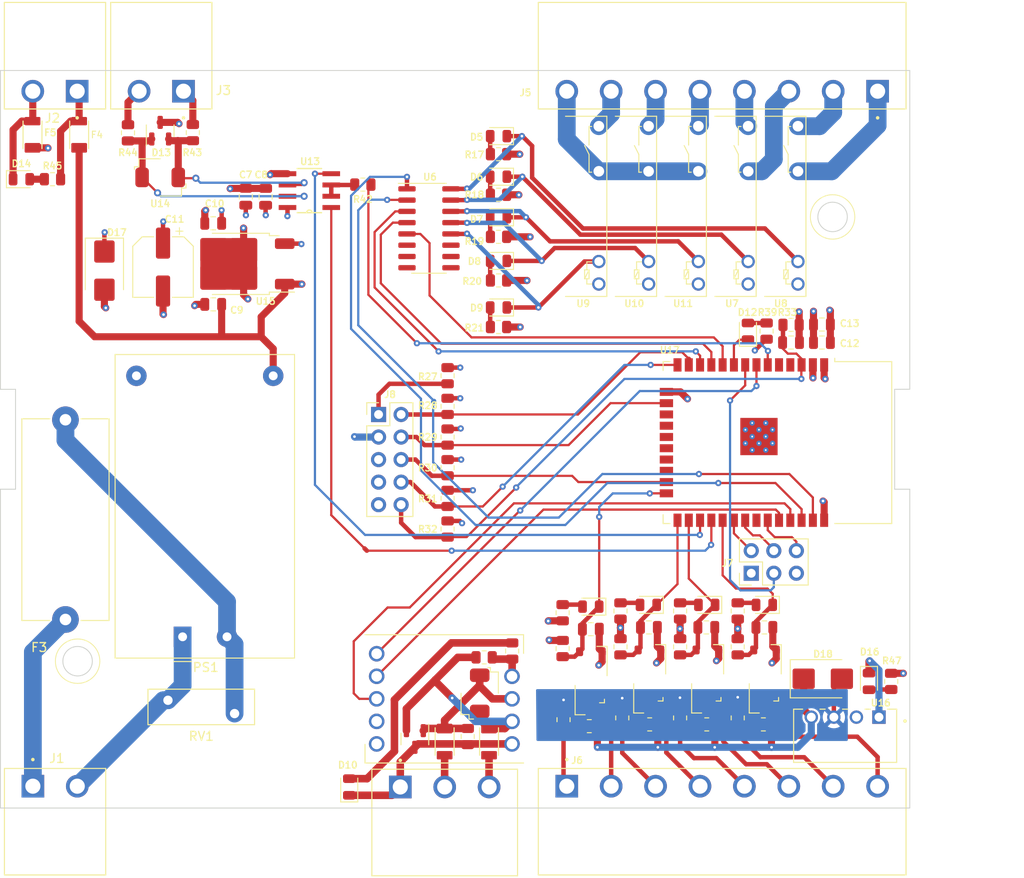
<source format=kicad_pcb>
(kicad_pcb (version 20221018) (generator pcbnew)
  (layers (0 "F.Cu" signal) (1 "In1.Cu" signal) (2 "In2.Cu" signal) (31 "B.Cu" signal) (34 "B.Paste" user) (35 "F.Paste" user) (36 "B.SilkS" user "B.Silkscreen") (37 "F.SilkS" user "F.Silkscreen") (38 "B.Mask" user) (39 "F.Mask" user) (44 "Edge.Cuts" user))
  (net 0 "")
  (net 1 "GND")
  (net 2 "nRESET")
  (net 3 "Net-(D1-A)")
  (net 4 "+12V")
  (net 5 "Net-(D2-A)")
  (net 6 "/ROOMLINK/CONTROL/INPUT_1_MICRO")
  (net 7 "Net-(D3-A)")
  (net 8 "/ROOMLINK/CONTROL/INPUT_2_MICRO")
  (net 9 "Net-(D4-A)")
  (net 10 "/ROOMLINK/CONTROL/INPUT_4_MICRO")
  (net 11 "Net-(D5-K)")
  (net 12 "/ROOMLINK/CONTROL/INPUT_3_MICRO")
  (net 13 "Net-(D5-A)")
  (net 14 "Net-(D6-K)")
  (net 15 "Net-(D6-A)")
  (net 16 "Net-(D7-K)")
  (net 17 "Net-(D7-A)")
  (net 18 "Net-(D8-K)")
  (net 19 "Net-(D8-A)")
  (net 20 "Net-(D9-K)")
  (net 21 "Net-(D9-A)")
  (net 22 "Net-(D10-A)")
  (net 23 "Net-(D11-A1)")
  (net 24 "/ROOMLINK/RGND")
  (net 25 "Net-(D11-A2)")
  (net 26 "Net-(D12-K)")
  (net 27 "Net-(D12-A)")
  (net 28 "Net-(D13-A1)")
  (net 29 "Net-(D13-A2)")
  (net 30 "Net-(D14-A)")
  (net 31 "Net-(D16-A)")
  (net 32 "/ROOMLINK/CON-DC-")
  (net 33 "Net-(PS1-AC{slash}N)")
  (net 34 "VDD")
  (net 35 "GNDA")
  (net 36 "/ROOMLINK/CON-B+")
  (net 37 "/ROOMLINK/CON-A-")
  (net 38 "/ROOMLINK/CON-L1")
  (net 39 "/ROOMLINK/CON-DC+")
  (net 40 "Net-(J8-VTRef)")
  (net 41 "TMS")
  (net 42 "TCK")
  (net 44 "TDO")
  (net 46 "TDI")
  (net 47 "+3V3")
  (net 48 "/ROOMLINK/CONTROL/RLY_OUT2_MICRO")
  (net 49 "/ROOMLINK/CONTROL/RLY_OUT1_MICRO")
  (net 50 "/ROOMLINK/CONTROL/RLY_FAN3_MICRO")
  (net 51 "/ROOMLINK/CONTROL/RLY_FAN2_MICRO")
  (net 52 "/ROOMLINK/CONTROL/RLY_FAN1_MICRO")
  (net 53 "/ROOMLINK/CONTROL/Tx_RS485_eXT")
  (net 54 "/ROOMLINK/CONTROL/Rx_RS485_eXT")
  (net 55 "/ROOMLINK/CONTROL/CON_RS485_eXT")
  (net 56 "/ROOMLINK/CONTROL/COM_RS485_LCD")
  (net 57 "/ROOMLINK/CONTROL/Tx_RS485_LCD")
  (net 58 "/ROOMLINK/CONTROL/Rx_RS485_lcd")
  (net 59 "/ROOMLINK/CON-NEUT")
  (net 60 "/ROOMLINK/CON-LCDA-")
  (net 61 "/ROOMLINK/CON-LCDB+")
  (net 62 "/ROOMLINK/CON-OUT2A")
  (net 63 "/ROOMLINK/CON-OUT2B")
  (net 64 "/ROOMLINK/CON-OUT1A")
  (net 65 "/ROOMLINK/CON-OUT1B")
  (net 66 "/ROOMLINK/CON-FAN3")
  (net 67 "/ROOMLINK/CON-FAN2")
  (net 68 "/ROOMLINK/CON-FAN1")
  (net 69 "/ROOMLINK/CON-FAN-C")
  (net 70 "/ROOMLINK/CON-IN4-")
  (net 71 "/ROOMLINK/CON-IN4+")
  (net 72 "/ROOMLINK/CON-IN3-")
  (net 73 "/ROOMLINK/CON-IN3+")
  (net 74 "/ROOMLINK/CON-IN2-")
  (net 75 "/ROOMLINK/CON-IN2+")
  (net 76 "/ROOMLINK/CON-IN1-")
  (net 77 "/ROOMLINK/CON-IN1+")
  (net 78 "Net-(R1-Pad2)")
  (net 79 "Net-(R3-Pad2)")
  (net 80 "Net-(R9-Pad2)")
  (net 81 "Net-(R11-Pad2)")
  (net 82 "Net-(U1-Vo)")
  (net 83 "Net-(U13-DE)")
  (net 99 "Net-(J7-Pin_2)")
  (net 100 "Net-(J7-Pin_3)")
  (net 101 "Net-(J7-Pin_4)")
  (net 102 "Net-(J7-Pin_6)")
  (footprint "Package_TO_SOT_SMD:SOT-23" (layer "F.Cu") (at 208.05 183.0625 -90)
    (fp_text reference "D11" hide)
    (fp_text value "SM712" hide)
  )
  (footprint "Package_TO_SOT_SMD:SOT-23" (layer "F.Cu") (at 179.375 114.535 90)
    (fp_text reference "D13")
    (fp_text value "SM712" hide)
  )
  (footprint "Package_SO:SOIC-16_3.9x9.9mm_P1.27mm" (layer "F.Cu") (at 209.637 125.53)
    (fp_text reference "U6")
    (fp_text value "ULN2003A" hide)
  )
  (footprint "LED_SMD:LED_0805_2012Metric" (layer "F.Cu") (at 217.4675 129.204 180)
    (fp_text reference "D8")
    (fp_text value "LED" hide)
  )
  (footprint "Resistor_SMD:R_0805_2012Metric" (layer "F.Cu") (at 211.7344 159.4085 90)
    (fp_text reference "R32")
    (fp_text value "10K" hide)
  )
  (footprint "B0505S-1WR2:CONV_B0505S-1WR2" (layer "F.Cu") (at 256.4925 182.7 180)
    (fp_text reference "U16")
    (fp_text value "FN1-12S3V3AN" hide)
  )
  (footprint "LED_SMD:LED_0805_2012Metric" (layer "F.Cu") (at 245.55 137.1361 90)
    (fp_text reference "D12")
    (fp_text value "LED" hide)
  )
  (footprint "Fuse:Fuseholder_Cylinder-5x20mm_Schurter_0031_8201_Horizontal_Open" (layer "F.Cu") (at 168.71 147.1 -90)
    (fp_text reference "F3")
    (fp_text value "Fuse" hide)
  )
  (footprint "Nueva carpeta:RESC3115X65N" (layer "F.Cu") (at 216.4 183.35 -90)
    (fp_text reference "F2" hide)
    (fp_text value "FSMD010-1206-R" hide)
  )
  (footprint "RF_Module:ESP32-WROOM-32" (layer "F.Cu") (at 245.88 149.67 -90)
    (fp_text reference "U17")
    (fp_text value "ESP32-WROOM-32-N8" hide)
  )
  (footprint "Resistor_SMD:R_0805_2012Metric" (layer "F.Cu") (at 261.68 176.575 -90)
    (fp_text reference "R47")
    (fp_text value "220" hide)
  )
  (footprint "Resistor_SMD:R_0805_2012Metric" (layer "F.Cu") (at 247.65 137.1111 -90)
    (fp_text reference "R39")
    (fp_text value "470" hide)
  )
  (footprint "Resistor_SMD:R_0805_2012Metric" (layer "F.Cu") (at 175.75 114.775 90)
    (fp_text reference "R44")
    (fp_text value "10" hide)
  )
  (footprint "SP485ECN-L:SOIC127P600X175-8N" (layer "F.Cu") (at 196.1724 121.285 180)
    (fp_text reference "U13")
    (fp_text value "SP485ECN-L/TR" hide)
  )
  (footprint "Resistor_SMD:R_0805_2012Metric" (layer "F.Cu") (at 231.4 180.6875 -90)
    (fp_text reference "R12" hide)
    (fp_text value "10" hide)
  )
  (footprint "LED_SMD:LED_0805_2012Metric" (layer "F.Cu") (at 217.4675 119.72 180)
    (fp_text reference "D6")
    (fp_text value "LED" hide)
  )
  (footprint "Resistor_SMD:R_0805_2012Metric" (layer "F.Cu") (at 240.9125 181.4175 180)
    (fp_text reference "R3" hide)
    (fp_text value "330" hide)
  )
  (footprint "Resistor_SMD:R_0805_2012Metric" (layer "F.Cu") (at 214 182.7875 90)
    (fp_text reference "R23" hide)
    (fp_text value "2.2k" hide)
  )
  (footprint "Resistor_SMD:R_0805_2012Metric" (layer "F.Cu") (at 244.4 180.6875 -90)
    (fp_text reference "R2" hide)
    (fp_text value "10" hide)
  )
  (footprint "nuevo simbolo:FODM2705" (layer "F.Cu") (at 240.7125 176.5325 90)
    (fp_text reference "U3" hide)
    (fp_text value "FODM2705R2" hide)
  )
  (footprint "Resistor_SMD:R_0805_2012Metric" (layer "F.Cu") (at 244.4 168.6375 90)
    (fp_text reference "R7" hide)
    (fp_text value "470" hide)
  )
  (footprint "TBP04R12-500-03GR:CUI_TBP04R12-500-03GR" (layer "F.Cu") (at 206.408 188.468)
    (fp_text reference "J4" hide)
    (fp_text value "Screw_Terminal_01x03" hide)
  )
  (footprint "Capacitor_SMD:C_0805_2012Metric" (layer "F.Cu") (at 247.4 170.4925)
    (fp_text reference "C1" hide)
    (fp_text value "0.1uF / 25V" hide)
  )
  (footprint "Capacitor_SMD:C_0805_2012Metric" (layer "F.Cu") (at 253.88 138.4)
    (fp_text reference "C12")
    (fp_text value "22uF" hide)
  )
  (footprint "Resistor_SMD:R_0805_2012Metric" (layer "F.Cu") (at 211.7344 152.4997 90)
    (fp_text reference "R30")
    (fp_text value "10K" hide)
  )
  (footprint "Resistor_SMD:R_0805_2012Metric" (layer "F.Cu") (at 167.25 120 180)
    (fp_text reference "R45")
    (fp_text value "220" hide)
  )
  (footprint "nuevo simbolo:SMBJ12CA" (layer "F.Cu") (at 215.35 177.915 -90)
    (fp_text reference "U12" hide)
    (fp_text value "SMBJ12CA" hide)
  )
  (footprint "Converter_ACDC:Converter_ACDC_HiLink_HLK-PMxx" (layer "F.Cu") (at 181.9 171.55 90)
    (fp_text reference "PS1")
    (fp_text value "HLK-PM12" hide)
  )
  (footprint "nuevo simbolo:FODM2705" (layer "F.Cu") (at 247.2 176.5325 90)
    (fp_text reference "U2" hide)
    (fp_text value "FODM2705R2" hide)
  )
  (footprint "TBP04R12-500-02GR:CUI_TBP04R12-500-02GR" (layer "F.Cu") (at 165.04 188.38)
    (fp_text reference "J1")
    (fp_text value "Screw_Terminal_01x02" hide)
  )
  (footprint "Capacitor_SMD:C_0805_2012Metric" (layer "F.Cu") (at 185.345 134.099 180)
    (fp_text reference "C9")
    (fp_text value "0.1uF / 25V" hide)
  )
  (footprint "nuevo simbolo:AZ921" (layer "F.Cu") (at 252.08 125.21 90)
    (fp_text reference "U8")
    (fp_text value "HF49FD/012-1H11" hide)
  )
  (footprint "Resistor_SMD:R_0805_2012Metric" (layer "F.Cu") (at 211.7344 149.0453 90)
    (fp_text reference "R29")
    (fp_text value "10K" hide)
  )
  (footprint "TBP04R12-500-02GR:CUI_TBP04R12-500-02GR" (layer "F.Cu") (at 170.03 110.0875 180)
    (fp_text reference "J2")
    (fp_text value "Screw_Terminal_01x02" hide)
  )
  (footprint "Resistor_SMD:R_0805_2012Metric" (layer "F.Cu") (at 211.7344 145.5909 90)
    (fp_text reference "R28")
    (fp_text value "10K" hide)
  )
  (footprint "Capacitor_SMD:C_0805_2012Metric" (layer "F.Cu") (at 253.88 136.37)
    (fp_text reference "C13")
    (fp_text value "0.1uF / 25V" hide)
  )
  (footprint "nuevo simbolo:TD521D485H-E" (layer "F.Cu") (at 211.362 178.318)
    (fp_text reference "U1" hide)
    (fp_text value "TD521D485H-A" hide)
  )
  (footprint "nuevo simbolo:AZ921" (layer "F.Cu") (at 240.87 125.21 90)
    (fp_text reference "U11")
    (fp_text value "HF49FD/012-1H11" hide)
  )
  (footprint "nuevo simbolo:FODM2705" (layer "F.Cu") (at 227.5925 176.7325 90)
    (fp_text reference "U4" hide)
    (fp_text value "FODM2705R2" hide)
  )
  (footprint "LED_SMD:LED_0805_2012Metric" (layer "F.Cu") (at 227.8625 168.1525 180)
    (fp_text reference "D3" hide)
    (fp_text value "LED" hide)
  )
  (footprint "Capacitor_SMD:C_0805_2012Metric" (layer "F.Cu") (at 240.8625 170.4925)
    (fp_text reference "C2" hide)
    (fp_text value "0.1uF / 25V" hide)
  )
  (footprint "Connector_PinHeader_2.54mm:PinHeader_2x05_P2.54mm_Vertical" (layer "F.Cu") (at 203.962 146.5072)
    (fp_text reference "J8")
    (fp_text value "ESP32-JTAG" hide)
  )
  (footprint "Capacitor_SMD:C_0805_2012Metric" (layer "F.Cu") (at 185.345 124.969 180)
    (fp_text reference "C10")
    (fp_text value "0.1uF / 25V" hide)
  )
  (footprint "Resistor_SMD:R_0805_2012Metric" (layer "F.Cu") (at 250.4075 136.41)
    (fp_text reference "R33")
    (fp_text value "22K" hide)
  )
  (footprint "Resistor_SMD:R_0805_2012Metric" (layer "F.Cu") (at 217.4675 117.18)
    (fp_text reference "R17")
    (fp_text value "1K" hide)
  )
  (footprint "LED_SMD:LED_0805_2012Metric" (layer "F.Cu") (at 200.66 188.468 90)
    (fp_text reference "D10")
    (fp_text value "LED" hide)
  )
  (footprint "nuevo simbolo:AZ921" (layer "F.Cu") (at 246.475 125.21 90)
    (fp_text reference "U7")
    (fp_text value "HF49FD/012-1H11" hide)
  )
  (footprint "Resistor_SMD:R_0805_2012Metric" (layer "F.Cu") (at 183.05 114.75 90)
    (fp_text reference "R43")
    (fp_text value "10" hide)
  )
  (footprint "TBP04R12-500-08GR:CUI_TBP04R12-500-08GR" (layer "F.Cu") (at 260.15 110.0875 180)
    (fp_text reference "J5")
    (fp_text value "Screw_Terminal_01x08" hide)
  )
  (footprint "Resistor_SMD:R_0805_2012Metric" (layer "F.Cu") (at 247.2875 181.4175 180)
    (fp_text reference "R1" hide)
    (fp_text value "330" hide)
  )
  (footprint "Resistor_SMD:R_0805_2012Metric" (layer "F.Cu") (at 231.2 168.6375 90)
    (fp_text reference "R16" hide)
    (fp_text value "470" hide)
  )
  (footprint "Resistor_SMD:R_0805_2012Metric" (layer "F.Cu") (at 217.4675 131.404)
    (fp_text reference "R20")
    (fp_text value "1K" hide)
  )
  (footprint "Capacitor_SMD:C_0805_2012Metric" (layer "F.Cu") (at 189.0144 121.976 90)
    (fp_text reference "C7")
    (fp_text value "0.1uF / 25V" hide)
  )
  (footprint "LED_SMD:LED_0805_2012Metric" (layer "F.Cu") (at 234.3375 167.9525 180)
    (fp_text reference "D4" hide)
    (fp_text value "LED" hide)
  )
  (footprint "Resistor_SMD:R_0805_2012Metric" (layer "F.Cu") (at 237.9125 172.675 -90)
    (fp_text reference "R6" hide)
    (fp_text value "10k" hide)
  )
  (footprint "nuevo simbolo:AZ921" (layer "F.Cu") (at 229.66 125.21 90)
    (fp_text reference "U9")
    (fp_text value "HF49FD/012-1H11" hide)
  )
  (footprint "nuevo simbolo:FODM2705" (layer "F.Cu") (at 234.1875 176.5325 90)
    (fp_text reference "U5" hide)
    (fp_text value "FODM2705R2" hide)
  )
  (footprint "Resistor_SMD:R_0805_2012Metric" (layer "F.Cu") (at 234.4875 181.4175 180)
    (fp_text reference "R11" hide)
    (fp_text value "330" hide)
  )
  (footprint "Nueva carpeta:RESC3115X65N" (layer "F.Cu") (at 165 115 90)
    (fp_text reference "F5")
    (fp_text value "Fuse" hide)
  )
  (footprint "LED_SMD:LED_0805_2012Metric" (layer "F.Cu") (at 247.4 167.9525 180)
    (fp_text reference "D1" hide)
    (fp_text value "LED" hide)
  )
  (footprint "Connector_PinHeader_2.54mm:PinHeader_2x03_P2.54mm_Vertical" (layer "F.Cu") (at 245.9228 164.3888 90)
    (fp_text reference "J7")
    (fp_text value "Screw_Terminal_01x06" hide)
  )
  (footprint "Resistor_SMD:R_0805_2012Metric" (layer "F.Cu") (at 215.85 173.865 180)
    (fp_text reference "R22" hide)
    (fp_text value "2.2k" hide)
  )
  (footprint "Package_TO_SOT_SMD:TO-252-2" (layer "F.Cu") (at 188.355 129.539 180)
    (fp_text reference "U15")
    (fp_text value "LD29080DT33R" hide)
  )
  (footprint "LED_SMD:LED_0805_2012Metric" (layer "F.Cu") (at 259.175 176.575 -90)
    (fp_text reference "D16")
    (fp_text value "LED" hide)
  )
  (footprint "Resistor_SMD:R_0805_2012Metric" (layer "F.Cu") (at 237.9125 168.6375 90)
    (fp_text reference "R8" hide)
    (fp_text value "470" hide)
  )
  (footprint "TBP04R12-500-08GR:CUI_TBP04R12-500-08GR" (layer "F.Cu") (at 225.15 188.38)
    (fp_text reference "J6")
    (fp_text value "Screw_Terminal_01x08" hide)
  )
  (footprint "Resistor_SMD:R_0805_2012Metric" (layer "F.Cu") (at 217.4675 136.652)
    (fp_text reference "R21")
    (fp_text value "1K" hide)
  )
  (footprint "Resistor_SMD:R_0805_2012Metric" (layer "F.Cu") (at 217.4675 126.492)
    (fp_text reference "R19")
    (fp_text value "1K" hide)
  )
  (footprint "Resistor_SMD:R_0805_2012Metric" (layer "F.Cu") (at 211.7344 142.1365 90)
    (fp_text reference "R27")
    (fp_text value "22K" hide)
  )
  (footprint "varistor:VAR_B72210S1140K501" (layer "F.Cu") (at 184 179.45)
    (fp_text reference "RV1")
    (fp_text value "V10E275P" hide)
  )
  (footprint "Capacitor_SMD:C_0805_2012Metric" (layer "F.Cu") (at 191.2444 121.986 90)
    (fp_text reference "C8")
    (fp_text value "0.1uF / 50V" hide)
  )
  (footprint "Resistor_SMD:R_0805_2012Metric" (layer "F.Cu") (at 244.4 172.675 -90)
    (fp_text reference "R5" hide)
    (fp_text value "10k" hide)
  )
  (footprint "Nueva carpeta:RESC3115X65N" (layer "F.Cu") (at 170.25 115 90)
    (fp_text reference "F4")
    (fp_text value "Fuse" hide)
  )
  (footprint "TBP04R12-500-02GR:CUI_TBP04R12-500-02GR" (layer "F.Cu") (at 182 110.0875 180)
    (fp_text reference "J3")
    (fp_text value "Screw_Terminal_01x02" hide)
  )
  (footprint "Resistor_SMD:R_0805_2012Metric" (layer "F.Cu") (at 227.6875 181.6175 180)
    (fp_text reference "R9" hide)
    (fp_text value "330" hide)
  )
  (footprint "Capacitor_SMD:CP_Elec_6.3x5.7" (layer "F.Cu") (at 179.695 129.899 -90)
    (fp_text reference "C11")
    (fp_text value "47uF" hide)
  )
  (footprint "Resistor_SMD:R_0805_2012Metric" (layer "F.Cu") (at 237.9125 180.6875 -90)
    (fp_text reference "R4" hide)
    (fp_text value "10" hide)
  )
  (footprint "Resistor_SMD:R_0805_2012Metric" (layer "F.Cu") (at 231.2 172.675 -90)
    (fp_text reference "R14" hide)
    (fp_text value "10k" hide)
  )
  (footprint "Resistor_SMD:R_0805_2012Metric" (layer "F.Cu") (at 224.7875 180.8875 -90)
    (fp_text reference "R10" hide)
    (fp_text value "10" hide)
  )
  (footprint "Capacitor_SMD:C_0805_2012Metric" (layer "F.Cu") (at 234.4 170.4925)
    (fp_text reference "C4" hide)
    (fp_text value "0.1uF / 25V" hide)
  )
  (footprint "Resistor_SMD:R_0805_2012Metric" (layer "F.Cu") (at 217.4675 121.752)
    (fp_text reference "R18")
    (fp_text value "1K" hide)
  )
  (footprint "Capacitor_SMD:C_0805_2012Metric" (layer "F.Cu") (at 250.4 138.4 180)
    (fp_text reference "C5" hide)
    (fp_text value "0.1uF / 25V" hide)
  )
  (footprint "Resistor_SMD:R_0805_2012Metric" (layer "F.Cu") (at 211.7344 155.9541 90)
    (fp_text reference "R31")
    (fp_text value "10K" hide)
  )
  (footprint "Resistor_SMD:R_0805_2012Metric" (layer "F.Cu") (at 224.6875 172.875 -90)
    (fp_text reference "R13" hide)
    (fp_text value "10k" hide)
  )
  (footprint "Resistor_SMD:R_0805_2012Metric" (layer "F.Cu") (at 224.6875 168.8375 90)
    (fp_text reference "R15" hide)
    (fp_text value "470" hide)
  )
  (footprint "Nueva carpeta:RESC3115X65N" (layer "F.Cu") (at 211.4 183.35 -90)
    (fp_text reference "F1" hide)
    (fp_text value "FSMD010-1206-R" hide)
  )
  (footprint "LED_SMD:LED_0805_2012Metric" (layer "F.Cu") (at 217.4675 115.148 180)
    (fp_text reference "D5")
    (fp_text value "LED" hide)
  )
  (footprint "Resistor_SMD:R_0805_2012Metric" (layer "F.Cu") (at 202.1912 120.61 180)
    (fp_text reference "R42")
    (fp_text value "10" hide)
  )
  (footprint "nuevo simbolo:AZ921" (layer "F.Cu") (at 235.265 125.21 90)
    (fp_text reference "U10")
    (fp_text value "HF49FD/012-1H11" hide)
  )
  (footprint "Resistor_SMD:R_0805_2012Metric" (layer "F.Cu") (at 219 173.15 90)
    (fp_text reference "R24" hide)
    (fp_text value "2.2k" hide)
  )
  (footprint "Diode_SMD:D_SMB" (layer "F.Cu") (at 253.975 176.276)
    (fp_text reference "D18")
    (fp_text value "1SMA5918BT" hide)
  )
  (footprint "Capacitor_SMD:C_0805_2012Metric" (layer "F.Cu") (at 227.8625 170.6925)
    (fp_text reference "C3" hide)
    (fp_text value "0.1uF / 25V" hide)
  )
  (footprint "nuevo simbolo:SMBJ12CA" (layer "F.Cu") (at 179.375 119.8)
    (fp_text reference "U14")
    (fp_text value "SMBJ12CA" hide)
  )
  (footprint "LED_SMD:LED_0805_2012Metric" (layer "F.Cu") (at 240.9125 167.9525 180)
    (fp_text reference "D2" hide)
    (fp_text value "LED" hide)
  )
  (footprint "LED_SMD:LED_0805_2012Metric" (layer "F.Cu") (at 217.4675 134.452 180)
    (fp_text reference "D9")
    (fp_text value "LED" hide)
  )
  (footprint "LED_SMD:LED_0805_2012Metric" (layer "F.Cu") (at 217.4675 124.292 180)
    (fp_text reference "D7")
    (fp_text value "LED" hide)
  )
  (footprint "LED_SMD:LED_0805_2012Metric" (layer "F.Cu") (at 163.75 120)
    (fp_text reference "D14")
    (fp_text value "LED" hide)
  )
  (footprint "Diode_SMD:D_SMB" (layer "F.Cu") (at 173.095 130.299 -90)
    (fp_text reference "D17")
    (fp_text value "1SMA5918BT" hide)
  )
  (gr_circle (center 170.07766 174.2975) (end 172.58 174.2975) (stroke (width 0.1)) (fill none) (layer "F.SilkS"))
  (gr_circle (center 255.08 124.25) (end 257.58234 124.25) (stroke (width 0.1)) (fill none) (layer "F.SilkS"))
  (gr_line (start 262.07 154.9225) (end 262.07 143.6725) (stroke (width 0.1)) (layer "Edge.Cuts"))
  (gr_line (start 163.09 143.6725) (end 163.09 154.9225) (stroke (width 0.1)) (layer "Edge.Cuts"))
  (gr_line (start 163.09 154.9225) (end 161.39 154.9225) (stroke (width 0.1)) (layer "Edge.Cuts"))
  (gr_line (start 262.07 143.6725) (end 263.77 143.6575) (stroke (width 0.1)) (layer "Edge.Cuts"))
  (gr_circle (center 170.07766 174.2975) (end 171.73766 174.2975) (stroke (width 0.1)) (fill none) (layer "Edge.Cuts"))
  (gr_line (start 263.77 143.6575) (end 263.77 107.7575) (stroke (width 0.1)) (layer "Edge.Cuts"))
  (gr_line (start 161.39 143.6725) (end 163.09 143.6725) (stroke (width 0.1)) (layer "Edge.Cuts"))
  (gr_line (start 263.77 107.7575) (end 161.39 107.7575) (stroke (width 0.1)) (layer "Edge.Cuts"))
  (gr_line (start 161.39 154.9225) (end 161.39 190.8375) (stroke (width 0.1)) (layer "Edge.Cuts"))
  (gr_circle (center 255.08 124.25) (end 256.74 124.25) (stroke (width 0.1)) (fill none) (layer "Edge.Cuts"))
  (gr_line (start 161.39 107.7575) (end 161.39 143.6725) (stroke (width 0.1)) (layer "Edge.Cuts"))
  (gr_line (start 263.77 154.9225) (end 262.07 154.9225) (stroke (width 0.1)) (layer "Edge.Cuts"))
  (gr_line (start 263.77 190.8375) (end 263.77 154.9225) (stroke (width 0.1)) (layer "Edge.Cuts"))
  (gr_line (start 161.39 190.8375) (end 263.77 190.8375) (stroke (width 0.1)) (layer "Edge.Cuts"))
  (segment (start 235.35 170.4925) (end 235.35 172.655) (width 0.8) (layer "F.Cu") (net 1))
  (segment (start 184.395 134.099) (end 183.401 134.099) (width 0.8) (layer "F.Cu") (net 1))
  (segment (start 228.8125 172.9125) (end 229.1325 173.2325) (width 0.8) (layer "F.Cu") (net 1))
  (segment (start 184.395 123.605) (end 184.5 123.5) (width 0.8) (layer "F.Cu") (net 1))
  (segment (start 179.695 132.599) (end 179.695 135.195) (width 0.8) (layer "F.Cu") (net 1))
  (segment (start 241.8125 170.4925) (end 241.8125 172.5925) (width 0.8) (layer "F.Cu") (net 1))
  (segment (start 179.375 113.5975) (end 181.3475 113.5975) (width 0.8) (layer "F.Cu") (net 1))
  (segment (start 237.96 143.96) (end 238.75 144.75) (width 0.8) (layer "F.Cu") (net 1))
  (segment (start 179.695 135.195) (end 179.75 135.25) (width 0.8) (layer "F.Cu") (net 1))
  (segment (start 191.2444 121.036) (end 187.2845 121.036) (width 0.8) (layer "F.Cu") (net 1))
  (segment (start 187.2845 121.036) (end 187.25 121.0705) (width 0.8) (layer "F.Cu") (net 1))
  (segment (start 254.13 140.92) (end 254.13 142.38) (width 0.8) (layer "F.Cu") (net 1))
  (segment (start 259.175 175.6375) (end 259.175 174.325) (width 0.8) (layer "F.Cu") (net 1))
  (segment (start 254.13 158.42) (end 254.13 156.38) (width 0.8) (layer "F.Cu") (net 1))
  (segment (start 188.77 131.064) (end 188.77 133.02) (width 0.8) (layer "F.Cu") (net 1))
  (segment (start 166.715 116.465) (end 166.75 116.5) (width 0.8) (layer "F.Cu") (net 1))
  (segment (start 242.2525 173.0325) (end 242.2525 173.9975) (width 0.8) (layer "F.Cu") (net 1))
  (segment (start 236.37 143.96) (end 237.96 143.96) (width 0.8) (layer "F.Cu") (net 1))
  (segment (start 229.1325 174.3675) (end 228.75 174.75) (width 0.8) (layer "F.Cu") (net 1))
  (segment (start 188.77 128.014) (end 188.77 125.52) (width 0.8) (layer "F.Cu") (net 1))
  (segment (start 254.13 142.38) (end 254.25 142.5) (width 0.8) (layer "F.Cu") (net 1))
  (segment (start 193.7086 119.38) (end 191.87 119.38) (width 0.8) (layer "F.Cu") (net 1))
  (segment (start 254.83 134.83) (end 254.75 134.75) (width 0.8) (layer "F.Cu") (net 1))
  (segment (start 248.74 174.01) (end 248.25 174.5) (width 0.8) (layer "F.Cu") (net 1))
  (segment (start 165 116.465) (end 166.715 116.465) (width 0.8) (layer "F.Cu") (net 1))
  (segment (start 241.8125 172.5925) (end 242.2525 173.0325) (width 0.8) (layer "F.Cu") (net 1))
  (segment (start 248.74 173.0325) (end 248.74 174.01) (width 0.8) (layer "F.Cu") (net 1))
  (segment (start 242.2525 173.9975) (end 242 174.25) (width 0.8) (layer "F.Cu") (net 1))
  (segment (start 181.3475 113.5975) (end 181.5 113.75) (width 0.8) (layer "F.Cu") (net 1))
  (segment (start 235.35 172.655) (end 235.7275 173.0325) (width 0.8) (layer "F.Cu") (net 1))
  (segment (start 235.7275 174.0225) (end 235.25 174.5) (width 0.8) (layer "F.Cu") (net 1))
  (segment (start 184.395 124.969) (end 184.395 123.605) (width 0.8) (layer "F.Cu") (net 1))
  (segment (start 254.83 138.4) (end 254.83 134.83) (width 0.8) (layer "F.Cu") (net 1))
  (segment (start 248.35 172.6425) (end 248.74 173.0325) (width 0.8) (layer "F.Cu") (net 1))
  (segment (start 173.095 134.345) (end 173.25 134.5) (width 0.8) (layer "F.Cu") (net 1))
  (segment (start 228.8125 170.6925) (end 228.8125 172.9125) (width 0.8) (layer "F.Cu") (net 1))
  (segment (start 191.87 119.38) (end 191.75 119.5) (width 0.8) (layer "F.Cu") (net 1))
  (segment (start 188.77 133.02) (end 189.25 133.5) (width 0.8) (layer "F.Cu") (net 1))
  (segment (start 235.7275 173.0325) (end 235.7275 174.0225) (width 0.8) (layer "F.Cu") (net 1))
  (segment (start 229.1325 173.2325) (end 229.1325 174.3675) (width 0.8) (layer "F.Cu") (net 1))
  (segment (start 188.77 125.52) (end 188.75 125.5) (width 0.8) (layer "F.Cu") (net 1))
  (segment (start 254.13 156.38) (end 254 156.25) (width 0.8) (layer "F.Cu") (net 1))
  (segment (start 183.401 134.099) (end 183.25 134.25) (width 0.8) (layer "F.Cu") (net 1))
  (segment (start 259.175 174.325) (end 259.25 174.25) (width 0.8) (layer "F.Cu") (net 1))
  (segment (start 173.095 132.449) (end 173.095 134.345) (width 0.8) (layer "F.Cu") (net 1))
  (segment (start 248.35 170.4925) (end 248.35 172.6425) (width 0.8) (layer "F.Cu") (net 1))
  (via (at 184.5 123.5) (size 0.7) (drill 0.3) (layers "F.Cu" "B.Cu") (net 1))
  (via (at 187.25 121.0705) (size 0.7) (drill 0.3) (layers "F.Cu" "B.Cu") (net 1))
  (via (at 242 174.25) (size 0.7) (drill 0.3) (layers "F.Cu" "B.Cu") (net 1))
  (via (at 173.25 134.5) (size 0.7) (drill 0.3) (layers "F.Cu" "B.Cu") (net 1))
  (via (at 228.75 174.75) (size 0.7) (drill 0.3) (layers "F.Cu" "B.Cu") (net 1))
  (via (at 259.25 174.25) (size 0.7) (drill 0.3) (layers "F.Cu" "B.Cu") (net 1))
  (via (at 191.75 119.5) (size 0.7) (drill 0.3) (layers "F.Cu" "B.Cu") (net 1))
  (via (at 254.75 134.75) (size 0.7) (drill 0.3) (layers "F.Cu" "B.Cu") (net 1))
  (via (at 235.25 174.5) (size 0.7) (drill 0.3) (layers "F.Cu" "B.Cu") (net 1))
  (via (at 248.25 174.5) (size 0.7) (drill 0.3) (layers "F.Cu" "B.Cu") (net 1))
  (via (at 238.75 144.75) (size 0.7) (drill 0.3) (layers "F.Cu" "B.Cu") (net 1))
  (via (at 188.75 125.5) (size 0.7) (drill 0.3) (layers "F.Cu" "B.Cu") (net 1))
  (via (at 189.25 133.5) (size 0.7) (drill 0.3) (layers "F.Cu" "B.Cu") (net 1))
  (via (at 183.25 134.25) (size 0.7) (drill 0.3) (layers "F.Cu" "B.Cu") (net 1))
  (via (at 181.5 113.75) (size 0.7) (drill 0.3) (layers "F.Cu" "B.Cu") (net 1))
  (via (at 254.25 142.5) (size 0.7) (drill 0.3) (layers "F.Cu" "B.Cu") (net 1))
  (via (at 201.25 149) (size 0.7) (drill 0.3) (layers "F.Cu" "B.Cu") (net 1))
  (via (at 166.75 116.5) (size 0.7) (drill 0.3) (layers "F.Cu" "B.Cu") (net 1))
  (via (at 179.75 135.25) (size 0.7) (drill 0.3) (layers "F.Cu" "B.Cu") (net 1))
  (via (at 254 156.25) (size 0.7) (drill 0.3) (layers "F.Cu" "B.Cu") (net 1))
  (segment (start 260.3025 175.3025) (end 259.25 174.25) (width 0.8) (layer "B.Cu") (net 1))
  (segment (start 203.962 149.0472) (end 201.2972 149.0472) (width 0.8) (layer "B.Cu") (net 1))
  (segment (start 260.3025 180.6) (end 260.3025 175.3025) (width 0.8) (layer "B.Cu") (net 1))
  (segment (start 201.2972 149.0472) (end 201.25 149) (width 0.8) (layer "B.Cu") (net 1))
  (segment (start 251.0028 139.6492) (end 251.59 140.2364) (width 0.25) (layer "F.Cu") (net 2))
  (segment (start 251.59 140.2364) (end 251.59 140.92) (width 0.25) (layer "F.Cu") (net 2))
  (segment (start 206.502 158.6992) (end 206.502 156.6672) (width 0.5) (layer "F.Cu") (net 2))
  (segment (start 211.7344 160.321) (end 208.1238 160.321) (width 0.5) (layer "F.Cu") (net 2))
  (segment (start 250.0376 139.6492) (end 251.0028 139.6492) (width 0.25) (layer "F.Cu") (net 2))
  (segment (start 251.5616 140.9484) (end 251.59 140.92) (width 0.5) (layer "F.Cu") (net 2))
  (segment (start 249.495 136.41) (end 249.495 138.355) (width 0.5) (layer "F.Cu") (net 2))
  (segment (start 249.495 138.355) (end 249.45 138.4) (width 0.5) (layer "F.Cu") (net 2))
  (segment (start 211.7344 160.321) (end 213.8718 160.321) (width 0.25) (layer "F.Cu") (net 2))
  (segment (start 213.8718 160.321) (end 219.456 154.7368) (width 0.25) (layer "F.Cu") (net 2))
  (segment (start 251.5616 142.494) (end 251.5616 140.9484) (width 0.25) (layer "F.Cu") (net 2))
  (segment (start 208.1238 160.321) (end 206.502 158.6992) (width 0.5) (layer "F.Cu") (net 2))
  (segment (start 249.45 138.4) (end 249.45 139.0616) (width 0.25) (layer "F.Cu") (net 2))
  (segment (start 249.45 139.0616) (end 250.0376 139.6492) (width 0.25) (layer "F.Cu") (net 2))
  (via (at 219.456 154.7368) (size 0.7) (drill 0.3) (layers "F.Cu" "B.Cu") (net 2))
  (via (at 251.5616 142.494) (size 0.7) (drill 0.3) (layers "F.Cu" "B.Cu") (net 2))
  (segment (start 219.456 154.7368) (end 219.456 154.686) (width 0.5) (layer "B.Cu") (net 2))
  (segment (start 231.648 142.494) (end 251.5616 142.494) (width 0.25) (layer "B.Cu") (net 2))
  (segment (start 219.456 154.686) (end 231.648 142.494) (width 0.25) (layer "B.Cu") (net 2))
  (segment (start 244.4 167.725) (end 246.235 167.725) (width 0.5) (layer "F.Cu") (net 3))
  (segment (start 246.235 167.725) (end 246.4625 167.9525) (width 0.5) (layer "F.Cu") (net 3))
  (segment (start 186.25 137.75) (end 186.295 137.705) (width 0.8) (layer "F.Cu") (net 4))
  (segment (start 195.319 131.819) (end 195.326 131.826) (width 0.8) (layer "F.Cu") (net 4))
  (segment (start 190.75 137.75) (end 192.1 139.1) (width 0.8) (layer "F.Cu") (net 4))
  (segment (start 218.38 117.18) (end 219.8468 117.18) (width 0.8) (layer "F.Cu") (net 4))
  (segment (start 218.38 121.752) (end 219.7452 121.752) (width 0.8) (layer "F.Cu") (net 4))
  (segment (start 170.25 136) (end 172 137.75) (width 0.8) (layer "F.Cu") (net 4))
  (segment (start 193.395 131.819) (end 193.395 132.855) (width 0.8) (layer "F.Cu") (net 4))
  (segment (start 220.6596 131.404) (end 220.6752 131.4196) (width 0.8) (layer "F.Cu") (net 4))
  (segment (start 218.38 126.492) (end 221.0308 126.492) (width 0.8) (layer "F.Cu") (net 4))
  (segment (start 186.34 137.75) (end 190.75 137.75) (width 0.8) (layer "F.Cu") (net 4))
  (segment (start 218.38 131.404) (end 220.6596 131.404) (width 0.8) (layer "F.Cu") (net 4))
  (segment (start 218.38 136.652) (end 219.9132 136.652) (width 0.8) (layer "F.Cu") (net 4))
  (segment (start 219.8468 117.18) (end 219.8624 117.1956) (width 0.8) (layer "F.Cu") (net 4))
  (segment (start 193.395 132.855) (end 190.75 135.5) (width 0.8) (layer "F.Cu") (net 4))
  (segment (start 186.295 137.705) (end 186.34 137.75) (width 0.8) (layer "F.Cu") (net 4))
  (segment (start 193.395 131.819) (end 195.319 131.819) (width 0.8) (layer "F.Cu") (net 4))
  (segment (start 219.7452 121.752) (end 219.7608 121.7676) (width 0.8) (layer "F.Cu") (net 4))
  (segment (start 172 137.75) (end 186.25 137.75) (width 0.8) (layer "F.Cu") (net 4))
  (segment (start 192.1 139.1) (end 192.1 142.15) (width 0.8) (layer "F.Cu") (net 4))
  (segment (start 190.75 135.5) (end 190.75 137.75) (width 0.8) (layer "F.Cu") (net 4))
  (segment (start 170.25 116.465) (end 170.25 136) (width 0.8) (layer "F.Cu") (net 4))
  (segment (start 186.295 137.705) (end 186.295 134.099) (width 0.8) (layer "F.Cu") (net 4))
  (via (at 221.0308 126.492) (size 0.7) (drill 0.3) (layers "F.Cu" "B.Cu") (net 4))
  (via (at 219.7608 121.7676) (size 0.7) (drill 0.3) (layers "F.Cu" "B.Cu") (net 4))
  (via (at 220.6752 131.4196) (size 0.7) (drill 0.3) (layers "F.Cu" "B.Cu") (net 4))
  (via (at 219.8624 117.1956) (size 0.7) (drill 0.3) (layers "F.Cu" "B.Cu") (net 4))
  (via (at 219.9132 136.652) (size 0.7) (drill 0.3) (layers "F.Cu" "B.Cu") (net 4))
  (via (at 195.326 131.826) (size 0.7) (drill 0.3) (layers "F.Cu" "B.Cu") (net 4))
  (segment (start 237.9125 167.725) (end 239.7475 167.725) (width 0.5) (layer "F.Cu") (net 5))
  (segment (start 239.7475 167.725) (end 239.975 167.9525) (width 0.5) (layer "F.Cu") (net 5))
  (segment (start 246.45 170.4925) (end 246.45 169.84) (width 0.5) (layer "F.Cu") (net 6))
  (segment (start 245.645 173.5875) (end 246.2 173.0325) (width 0.5) (layer "F.Cu") (net 6))
  (segment (start 246.45 172.7825) (end 246.2 173.0325) (width 0.5) (layer "F.Cu") (net 6))
  (segment (start 247.7516 166.116) (end 248.3375 166.7019) (width 0.25) (layer "F.Cu") (net 6))
  (segment (start 242.7 164.6204) (end 244.1956 166.116) (width 0.25) (layer "F.Cu") (net 6))
  (segment (start 246.45 169.84) (end 248.3375 167.9525) (width 0.5) (layer "F.Cu") (net 6))
  (segment (start 248.3375 166.7019) (end 248.3375 167.9525) (width 0.25) (layer "F.Cu") (net 6))
  (segment (start 246.45 170.4925) (end 246.45 172.7825) (width 0.5) (layer "F.Cu") (net 6))
  (segment (start 244.4 173.5875) (end 245.645 173.5875) (width 0.5) (layer "F.Cu") (net 6))
  (segment (start 244.1956 166.116) (end 247.7516 166.116) (width 0.25) (layer "F.Cu") (net 6))
  (segment (start 242.7 158.42) (end 242.7 164.6204) (width 0.25) (layer "F.Cu") (net 6))
  (segment (start 224.6875 167.925) (end 226.6975 167.925) (width 0.5) (layer "F.Cu") (net 7))
  (segment (start 226.6975 167.925) (end 226.925 168.1525) (width 0.5) (layer "F.Cu") (net 7))
  (segment (start 239.1575 173.5875) (end 239.7125 173.0325) (width 0.5) (layer "F.Cu") (net 8))
  (segment (start 238.89 158.42) (end 238.89 164.9925) (width 0.25) (layer "F.Cu") (net 8))
  (segment (start 237.9125 173.5875) (end 239.1575 173.5875) (width 0.5) (layer "F.Cu") (net 8))
  (segment (start 239.9125 170.4925) (end 239.9125 169.89) (width 0.5) (layer "F.Cu") (net 8))
  (segment (start 239.9125 170.4925) (end 239.9125 172.8325) (width 0.5) (layer "F.Cu") (net 8))
  (segment (start 238.89 164.9925) (end 241.85 167.9525) (width 0.25) (layer "F.Cu") (net 8))
  (segment (start 239.9125 172.8325) (end 239.7125 173.0325) (width 0.5) (layer "F.Cu") (net 8))
  (segment (start 239.9125 169.89) (end 241.85 167.9525) (width 0.5) (layer "F.Cu") (net 8))
  (segment (start 231.2 167.725) (end 233.1725 167.725) (width 0.5) (layer "F.Cu") (net 9))
  (segment (start 233.1725 167.725) (end 233.4 167.9525) (width 0.5) (layer "F.Cu") (net 9))
  (segment (start 226.0375 173.7875) (end 226.5925 173.2325) (width 0.5) (layer "F.Cu") (net 10))
  (segment (start 226.9125 172.9125) (end 226.5925 173.2325) (width 0.5) (layer "F.Cu") (net 10))
  (segment (start 226.9125 170.04) (end 228.8 168.1525) (width 0.5) (layer "F.Cu") (net 10))
  (segment (start 228.8032 168.1493) (end 228.8 168.1525) (width 0.5) (layer "F.Cu") (net 10))
  (segment (start 236.37 155.39) (end 234.5 155.39) (width 0.25) (layer "F.Cu") (net 10))
  (segment (start 234.5 155.39) (end 234.4928 155.3972) (width 0.5) (layer "F.Cu") (net 10))
  (segment (start 226.9125 170.6925) (end 226.9125 170.04) (width 0.5) (layer "F.Cu") (net 10))
  (segment (start 228.8032 158.0388) (end 228.8032 168.1493) (width 0.25) (layer "F.Cu") (net 10))
  (segment (start 226.9125 170.6925) (end 226.9125 172.9125) (width 0.5) (layer "F.Cu") (net 10))
  (segment (start 224.6875 173.7875) (end 226.0375 173.7875) (width 0.5) (layer "F.Cu") (net 10))
  (via (at 228.8032 158.0388) (size 0.7) (drill 0.3) (layers "F.Cu" "B.Cu") (net 10))
  (via (at 234.4928 155.3972) (size 0.7) (drill 0.3) (layers "F.Cu" "B.Cu") (net 10))
  (segment (start 228.8032 156.9212) (end 230.3272 155.3972) (width 0.25) (layer "B.Cu") (net 10))
  (segment (start 230.3272 155.3972) (end 234.4928 155.3972) (width 0.25) (layer "B.Cu") (net 10))
  (segment (start 228.8032 158.0388) (end 228.8032 156.9212) (width 0.25) (layer "B.Cu") (net 10))
  (segment (start 221.25 116.25) (end 221.25 119.82845) (width 0.5) (layer "F.Cu") (net 11))
  (segment (start 247.46 125.55) (end 251.18 129.27) (width 0.5) (layer "F.Cu") (net 11))
  (segment (start 213.8902 121.085) (end 213.9188 121.0564) (width 0.5) (layer "F.Cu") (net 11))
  (segment (start 220.148 115.148) (end 221.25 116.25) (width 0.5) (layer "F.Cu") (net 11))
  (segment (start 221.25 119.82845) (end 226.97155 125.55) (width 0.5) (layer "F.Cu") (net 11))
  (segment (start 220.1008 115.148) (end 220.148 115.148) (width 0.5) (layer "F.Cu") (net 11))
  (segment (start 226.97155 125.55) (end 247.46 125.55) (width 0.5) (layer "F.Cu") (net 11))
  (segment (start 212.112 121.085) (end 213.8902 121.085) (width 0.5) (layer "F.Cu") (net 11))
  (segment (start 218.405 115.148) (end 220.1008 115.148) (width 0.5) (layer "F.Cu") (net 11))
  (via (at 213.9188 121.0564) (size 0.7) (drill 0.3) (layers "F.Cu" "B.Cu") (net 11))
  (via (at 220.1008 115.148) (size 0.7) (drill 0.3) (layers "F.Cu" "B.Cu") (net 11))
  (segment (start 214.1924 121.0564) (end 220.1008 115.148) (width 0.5) (layer "B.Cu") (net 11))
  (segment (start 213.9188 121.0564) (end 214.1924 121.0564) (width 0.5) (layer "B.Cu") (net 11))
  (segment (start 235.275 167.9525) (end 237.62 165.6075) (width 0.25) (layer "F.Cu") (net 12))
  (segment (start 233.45 170.4925) (end 233.45 172.77) (width 0.5) (layer "F.Cu") (net 12))
  (segment (start 232.6325 173.5875) (end 233.1875 173.0325) (width 0.5) (layer "F.Cu") (net 12))
  (segment (start 233.45 170.4925) (end 233.45 169.7775) (width 0.5) (layer "F.Cu") (net 12))
  (segment (start 233.45 169.7775) (end 235.275 167.9525) (width 0.5) (layer "F.Cu") (net 12))
  (segment (start 231.2 173.5875) (end 232.6325 173.5875) (width 0.5) (layer "F.Cu") (net 12))
  (segment (start 233.45 172.77) (end 233.1875 173.0325) (width 0.5) (layer "F.Cu") (net 12))
  (segment (start 237.62 165.6075) (end 237.62 158.42) (width 0.25) (layer "F.Cu") (net 12))
  (segment (start 216.53 117.155) (end 216.555 117.18) (width 0.5) (layer "F.Cu") (net 13))
  (segment (start 216.53 115.148) (end 216.53 117.155) (width 0.5) (layer "F.Cu") (net 13))
  (segment (start 242.555 126.25) (end 245.575 129.27) (width 0.5) (layer "F.Cu") (net 14))
  (segment (start 226.6816 126.25) (end 242.555 126.25) (width 0.5) (layer "F.Cu") (net 14))
  (segment (start 213.8902 122.355) (end 213.9188 122.3264) (width 0.5) (layer "F.Cu") (net 14))
  (segment (start 212.112 122.355) (end 213.8902 122.355) (width 0.5) (layer "F.Cu") (net 14))
  (segment (start 218.405 119.72) (end 220.1516 119.72) (width 0.5) (layer "F.Cu") (net 14))
  (segment (start 220.1516 119.72) (end 226.6816 126.25) (width 0.5) (layer "F.Cu") (net 14))
  (via (at 220.1516 119.72) (size 0.7) (drill 0.3) (layers "F.Cu" "B.Cu") (net 14))
  (via (at 213.9188 122.3264) (size 0.7) (drill 0.3) (layers "F.Cu" "B.Cu") (net 14))
  (segment (start 217.5452 122.3264) (end 220.1516 119.72) (width 0.5) (layer "B.Cu") (net 14))
  (segment (start 213.9188 122.3264) (end 217.5452 122.3264) (width 0.5) (layer "B.Cu") (net 14))
  (segment (start 216.53 121.727) (end 216.555 121.752) (width 0.5) (layer "F.Cu") (net 15))
  (segment (start 216.53 119.72) (end 216.53 121.727) (width 0.5) (layer "F.Cu") (net 15))
  (segment (start 237.7 127) (end 239.97 129.27) (width 0.5) (layer "F.Cu") (net 16))
  (segment (start 212.112 123.625) (end 213.8902 123.625) (width 0.5) (layer "F.Cu") (net 16))
  (segment (start 213.8902 123.625) (end 213.9188 123.5964) (width 0.5) (layer "F.Cu") (net 16))
  (segment (start 218.405 124.292) (end 220.558 124.292) (width 0.5) (layer "F.Cu") (net 16))
  (segment (start 220.558 124.292) (end 223.266 127) (width 0.5) (layer "F.Cu") (net 16))
  (segment (start 223.266 127) (end 237.7 127) (width 0.5) (layer "F.Cu") (net 16))
  (via (at 213.9188 123.5964) (size 0.7) (drill 0.3) (layers "F.Cu" "B.Cu") (net 16))
  (via (at 220.558 124.292) (size 0.7) (drill 0.3) (layers "F.Cu" "B.Cu") (net 16))
  (segment (start 213.9188 123.5964) (end 219.8624 123.5964) (width 0.5) (layer "B.Cu") (net 16))
  (segment (start 219.8624 123.5964) (end 220.558 124.292) (width 0.5) (layer "B.Cu") (net 16))
  (segment (start 216.53 126.467) (end 216.555 126.492) (width 0.5) (layer "F.Cu") (net 17))
  (segment (start 216.53 124.292) (end 216.53 126.467) (width 0.5) (layer "F.Cu") (net 17))
  (segment (start 222.332 129.204) (end 223.786 127.75) (width 0.5) (layer "F.Cu") (net 18))
  (segment (start 212.112 124.895) (end 213.8966 124.895) (width 0.5) (layer "F.Cu") (net 18))
  (segment (start 223.786 127.75) (end 232.845 127.75) (width 0.5) (layer "F.Cu") (net 18))
  (segment (start 232.845 127.75) (end 234.365 129.27) (width 0.5) (layer "F.Cu") (net 18))
  (segment (start 218.405 129.204) (end 222.332 129.204) (width 0.5) (layer "F.Cu") (net 18))
  (segment (start 213.8966 124.895) (end 213.9188 124.9172) (width 0.5) (layer "F.Cu") (net 18))
  (via (at 213.9188 124.9172) (size 0.7) (drill 0.3) (layers "F.Cu" "B.Cu") (net 18))
  (via (at 222.332 129.204) (size 0.7) (drill 0.3) (layers "F.Cu" "B.Cu") (net 18))
  (segment (start 218.0452 124.9172) (end 222.332 129.204) (width 0.5) (layer "B.Cu") (net 18))
  (segment (start 213.9188 124.9172) (end 218.0452 124.9172) (width 0.5) (layer "B.Cu") (net 18))
  (segment (start 216.53 129.204) (end 216.53 131.379) (width 0.5) (layer "F.Cu") (net 19))
  (segment (start 216.53 131.379) (end 216.555 131.404) (width 0.5) (layer "F.Cu") (net 19))
  (segment (start 221.9608 134.452) (end 227.1428 129.27) (width 0.5) (layer "F.Cu") (net 20))
  (segment (start 212.112 126.165) (end 213.8902 126.165) (width 0.5) (layer "F.Cu") (net 20))
  (segment (start 213.8902 126.165) (end 213.9188 126.1364) (width 0.5) (layer "F.Cu") (net 20))
  (segment (start 218.405 134.452) (end 221.9608 134.452) (width 0.5) (layer "F.Cu") (net 20))
  (segment (start 227.1428 129.27) (end 228.76 129.27) (width 0.5) (layer "F.Cu") (net 20))
  (via (at 213.9188 126.1364) (size 0.7) (drill 0.3) (layers "F.Cu" "B.Cu") (net 20))
  (via (at 221.9608 134.452) (size 0.7) (drill 0.3) (layers "F.Cu" "B.Cu") (net 20))
  (segment (start 221.9608 134.1784) (end 221.9608 134.452) (width 0.5) (layer "B.Cu") (net 20))
  (segment (start 213.9188 126.1364) (end 221.9608 134.1784) (width 0.5) (layer "B.Cu") (net 20))
  (segment (start 216.53 134.452) (end 216.53 136.627) (width 0.5) (layer "F.Cu") (net 21))
  (segment (start 216.53 136.627) (end 216.555 136.652) (width 0.5) (layer "F.Cu") (net 21))
  (segment (start 212.1625 172.2375) (end 219 172.2375) (width 0.85) (layer "F.Cu") (net 22))
  (segment (start 200.66 187.5305) (end 202.6695 187.5305) (width 0.85) (layer "F.Cu") (net 22))
  (segment (start 202.6695 187.5305) (end 205.75 184.45) (width 0.85) (layer "F.Cu") (net 22))
  (segment (start 205.75 184.45) (end 205.75 178.65) (width 0.85) (layer "F.Cu") (net 22))
  (segment (start 205.75 178.65) (end 212.1625 172.2375) (width 0.85) (layer "F.Cu") (net 22))
  (segment (start 216.788 178.538) (end 215.35 177.1) (width 0.85) (layer "F.Cu") (net 23))
  (segment (start 209.25 181.875) (end 209 182.125) (width 0.85) (layer "F.Cu") (net 23))
  (segment (start 218.987 178.538) (end 216.788 178.538) (width 0.85) (layer "F.Cu") (net 23))
  (segment (start 211.4 180.95) (end 215.35 177) (width 0.85) (layer "F.Cu") (net 23))
  (segment (start 211.4 181.885) (end 211.4 180.95) (width 0.85) (layer "F.Cu") (net 23))
  (segment (start 214 181.875) (end 209.25 181.875) (width 0.85) (layer "F.Cu") (net 23))
  (segment (start 215.35 177.1) (end 215.35 175.88) (width 0.85) (layer "F.Cu") (net 23))
  (segment (start 215.35 177) (end 215.35 175.88) (width 0.85) (layer "F.Cu") (net 23))
  (segment (start 218.987 183.618) (end 208.432 183.618) (width 0.85) (layer "F.Cu") (net 24))
  (segment (start 206.408 185.642) (end 208.05 184) (width 0.85) (layer "F.Cu") (net 24))
  (segment (start 200.66 189.4055) (end 205.4705 189.4055) (width 0.85) (layer "F.Cu") (net 24))
  (segment (start 208.432 183.618) (end 208.05 184) (width 0.85) (layer "F.Cu") (net 24))
  (segment (start 205.4705 189.4055) (end 206.408 188.468) (width 0.85) (layer "F.Cu") (net 24))
  (segment (start 206.408 188.468) (end 206.408 185.642) (width 0.85) (layer "F.Cu") (net 24))
  (segment (start 210.35 176.55) (end 210.35 176.4) (width 0.85) (layer "F.Cu") (net 25))
  (segment (start 215.35 179.95) (end 215.35 180.835) (width 0.85) (layer "F.Cu") (net 25))
  (segment (start 212.885 173.865) (end 214.9375 173.865) (width 0.85) (layer "F.Cu") (net 25))
  (segment (start 207.1 179.65) (end 210.35 176.4) (width 0.85) (layer "F.Cu") (net 25))
  (segment (start 212.25 178.45) (end 210.35 176.55) (width 0.85) (layer "F.Cu") (net 25))
  (segment (start 207.1 182.125) (end 207.1 179.65) (width 0.85) (layer "F.Cu") (net 25))
  (segment (start 216.4 181.885) (end 218.18 181.885) (width 0.85) (layer "F.Cu") (net 25))
  (segment (start 215.35 180.835) (end 216.4 181.885) (width 0.85) (layer "F.Cu") (net 25))
  (segment (start 210.35 176.4) (end 212.885 173.865) (width 0.85) (layer "F.Cu") (net 25))
  (segment (start 218.18 181.885) (end 218.987 181.078) (width 0.85) (layer "F.Cu") (net 25))
  (via (at 212.25 178.45) (size 0.7) (drill 0.3) (layers "F.Cu" "B.Cu") (net 25))
  (segment (start 212.25 178.45) (end 214.878 181.078) (width 0.85) (layer "B.Cu") (net 25))
  (segment (start 214.878 181.078) (end 218.987 181.078) (width 0.85) (layer "B.Cu") (net 25))
  (segment (start 244.6028 138.0736) (end 245.55 138.0736) (width 0.25) (layer "F.Cu") (net 26))
  (segment (start 243.97 138.7064) (end 244.6028 138.0736) (width 0.25) (layer "F.Cu") (net 26))
  (segment (start 243.97 140.92) (end 243.97 138.7064) (width 0.25) (layer "F.Cu") (net 26))
  (segment (start 247.65 136.1986) (end 245.55 136.1986) (width 0.5) (layer "F.Cu") (net 27))
  (segment (start 177.292 115.6875) (end 178.21 115.6875) (width 0.8) (layer "F.Cu") (net 28))
  (segment (start 179.079 121.539) (end 177.34 119.8) (width 0.25) (layer "F.Cu") (net 28))
  (segment (start 175.75 115.6875) (end 177.292 115.6875) (width 0.8) (layer "F.Cu") (net 28))
  (segment (start 178.21 115.6875) (end 178.425 115.4725) (width 0.8) (layer "F.Cu") (net 28))
  (segment (start 177.34 115.7355) (end 177.292 115.6875) (width 0.8) (layer "F.Cu") (net 28))
  (segment (start 193.7086 121.92) (end 195.58 121.92) (width 0.25) (layer "F.Cu") (net 28))
  (segment (start 177.34 119.8) (end 177.34 115.7355) (width 0.8) (layer "F.Cu") (net 28))
  (via (at 195.58 121.92) (size 0.8) (drill 0.4) (layers "F.Cu" "B.Cu") (net 28))
  (via (at 179.079 121.539) (size 0.8) (drill 0.4) (layers "F.Cu" "B.Cu") (net 28))
  (segment (start 195.58 121.92) (end 179.46 121.92) (width 0.25) (layer "B.Cu") (net 28))
  (segment (start 179.46 121.92) (end 179.079 121.539) (width 0.25) (layer "B.Cu") (net 28))
  (segment (start 183.388 119.888) (end 181.498 119.888) (width 0.25) (layer "F.Cu") (net 29))
  (segment (start 181.41 119.8) (end 181.41 115.7165) (width 0.8) (layer "F.Cu") (net 29))
  (segment (start 193.7086 120.65) (end 195.326 120.65) (width 0.25) (layer "F.Cu") (net 29))
  (segment (start 181.498 119.888) (end 181.41 119.8) (width 0.25) (layer "F.Cu") (net 29))
  (segment (start 180.515 115.6625) (end 180.325 115.4725) (width 0.8) (layer "F.Cu") (net 29))
  (segment (start 181.356 115.6625) (end 180.515 115.6625) (width 0.8) (layer "F.Cu") (net 29))
  (segment (start 195.326 120.65) (end 195.58 120.396) (width 0.25) (layer "F.Cu") (net 29))
  (segment (start 183.05 115.6625) (end 181.356 115.6625) (width 0.8) (layer "F.Cu") (net 29))
  (segment (start 181.41 115.7165) (end 181.356 115.6625) (width 0.8) (layer "F.Cu") (net 29))
  (via (at 195.58 120.396) (size 0.8) (drill 0.4) (layers "F.Cu" "B.Cu") (net 29))
  (via (at 183.388 119.888) (size 0.8) (drill 0.4) (layers "F.Cu" "B.Cu") (net 29))
  (segment (start 195.58 120.396) (end 183.896 120.396) (width 0.25) (layer "B.Cu") (net 29))
  (segment (start 183.896 120.396) (end 183.388 119.888) (width 0.25) (layer "B.Cu") (net 29))
  (segment (start 166.3375 120) (end 164.6875 120) (width 0.8) (layer "F.Cu") (net 30))
  (segment (start 261.68 177.4875) (end 259.2 177.4875) (width 0.5) (layer "F.Cu") (net 31))
  (segment (start 259.2 177.4875) (end 259.175 177.5125) (width 0.5) (layer "F.Cu") (net 31))
  (segment (start 165.03 113.43) (end 165 113.46) (width 0.8) (layer "F.Cu") (net 32))
  (segment (start 162.8125 120) (end 162.8125 114.4375) (width 0.8) (layer "F.Cu") (net 32))
  (segment (start 163.79 113.46) (end 165 113.46) (width 0.8) (layer "F.Cu") (net 32))
  (segment (start 165.03 110.0875) (end 165.03 113.43) (width 0.8) (layer "F.Cu") (net 32))
  (segment (start 162.8125 114.4375) (end 163.79 113.46) (width 0.8) (layer "F.Cu") (net 32))
  (segment (start 187.75 172.4) (end 186.9 171.55) (width 2) (layer "B.Cu") (net 33))
  (segment (start 168.71 147.1) (end 168.71 149.406) (width 2) (layer "B.Cu") (net 33))
  (segment (start 186.9 167.596) (end 186.9 171.55) (width 2) (layer "B.Cu") (net 33))
  (segment (start 187.75 180.2) (end 187.75 172.4) (width 2) (layer "B.Cu") (net 33))
  (segment (start 168.71 149.406) (end 186.9 167.596) (width 2) (layer "B.Cu") (net 33))
  (segment (start 247.65 138.0236) (end 247.5992 138.0236) (width 0.5) (layer "F.Cu") (net 34))
  (segment (start 252.93 138.4) (end 252.93 136.37) (width 0.8) (layer "F.Cu") (net 34))
  (segment (start 186.295 124.969) (end 186.295 123.5062) (width 0.5) (layer "F.Cu") (net 34))
  (segment (start 223.2197 171.9625) (end 223.1644 171.9072) (width 0.8) (layer "F.Cu") (net 34))
  (segment (start 231.2 170.5264) (end 231.1908 170.5356) (width 0.8) (layer "F.Cu") (net 34))
  (segment (start 211.7344 158.496) (end 213.106 158.496) (width 0.5) (layer "F.Cu") (net 34))
  (segment (start 211.7344 148.1328) (end 213.1568 148.1328) (width 0.5) (layer "F.Cu") (net 34))
  (segment (start 252.93 134.8772) (end 252.9332 134.874) (width 0.8) (layer "F.Cu") (net 34))
  (segment (start 244.4 169.55) (end 244.4 170.636) (width 0.8) (layer "F.Cu") (net 34))
  (segment (start 237.9125 170.6533) (end 237.8964 170.6372) (width 0.8) (layer "F.Cu") (net 34))
  (segment (start 231.2 171.7625) (end 231.2 170.5448) (width 0.8) (layer "F.Cu") (net 34))
  (segment (start 237.9125 171.7625) (end 237.9125 170.6533) (width 0.8) (layer "F.Cu") (net 34))
  (segment (start 191.2444 122.936) (end 191.2444 124.036) (width 0.5) (layer "F.Cu") (net 34))
  (segment (start 193.395 127.259) (end 195.2294 127.259) (width 0.5) (layer "F.Cu") (net 34))
  (segment (start 179.695 124.8002) (end 179.7304 124.7648) (width 0.5) (layer "F.Cu") (net 34))
  (segment (start 247.5992 138.0236) (end 246.3292 139.2936) (width 0.5) (layer "F.Cu") (net 34))
  (segment (start 251.32 134.9372) (end 251.3076 134.9248) (width 0.8) (layer "F.Cu") (net 34))
  (segment (start 231.2 169.55) (end 231.2 170.5264) (width 0.8) (layer "F.Cu") (net 34))
  (segment (start 237.9125 170.6211) (end 237.8964 170.6372) (width 0.8) (layer "F.Cu") (net 34))
  (segment (start 251.32 136.41) (end 251.32 138.37) (width 0.8) (layer "F.Cu") (net 34))
  (segment (start 224.6875 169.75) (end 223.0864 169.75) (width 0.8) (layer "F.Cu") (net 34))
  (segment (start 195.2294 127.259) (end 195.2752 127.3048) (width 0.5) (layer "F.Cu") (net 34))
  (segment (start 186.295 123.5062) (end 186.2836 123.4948) (width 0.5) (layer "F.Cu") (net 34))
  (segment (start 211.7344 155.0416) (end 214.5792 155.0416) (width 0.5) (layer "F.Cu") (net 34))
  (segment (start 189.0144 122.926) (end 189.0144 124.0412) (width 0.5) (layer "F.Cu") (net 34))
  (segment (start 244.4 171.7625) (end 244.4 170.6384) (width 0.8) (layer "F.Cu") (net 34))
  (segment (start 244.4 170.6384) (end 244.3988 170.6372) (width 0.8) (layer "F.Cu") (net 34))
  (segment (start 263.0385 175.6625) (end 263.0424 175.6664) (width 0.8) (layer "F.Cu") (net 34))
  (segment (start 244.4 170.636) (end 244.3988 170.6372) (width 0.8) (layer "F.Cu") (net 34))
  (segment (start 252.86 142.37) (end 252.8824 142.3924) (width 0.8) (layer "F.Cu") (net 34))
  (segment (start 213.1568 148.1328) (end 213.2076 148.082) (width 0.5) (layer "F.Cu") (net 34))
  (segment (start 224.6875 171.9625) (end 223.2197 171.9625) (width 0.8) (layer "F.Cu") (net 34))
  (segment (start 211.7344 141.224) (end 213.1568 141.224) (width 0.5) (layer "F.Cu") (net 34))
  (segment (start 252.93 136.37) (end 252.93 134.8772) (width 0.8) (layer "F.Cu") (net 34))
  (segment (start 252.86 140.92) (end 252.86 142.37) (width 0.8) (layer "F.Cu") (net 34))
  (segment (start 173.095 128.149) (end 173.095 126.0154) (width 0.5) (layer "F.Cu") (net 34))
  (segment (start 191.2444 124.036) (end 191.262 124.0536) (width 0.5) (layer "F.Cu") (net 34))
  (segment (start 193.7086 124.147) (end 193.7004 124.1552) (width 0.5) (layer "F.Cu") (net 34))
  (segment (start 173.095 126.0154) (end 173.1264 125.984) (width 0.5) (layer "F.Cu") (net 34))
  (segment (start 223.0864 169.75) (end 223.0628 169.7736) (width 0.8) (layer "F.Cu") (net 34))
  (segment (start 213.106 158.496) (end 213.36 158.75) (width 0.5) (layer "F.Cu") (net 34))
  (segment (start 261.68 175.6625) (end 263.0385 175.6625) (width 0.8) (layer "F.Cu") (net 34))
  (segment (start 231.2 170.5448) (end 231.1908 170.5356) (width 0.8) (layer "F.Cu") (net 34))
  (segment (start 251.32 138.37) (end 251.35 138.4) (width 0.8) (layer "F.Cu") (net 34))
  (segment (start 193.7086 123.19) (end 193.7086 124.147) (width 0.5) (layer "F.Cu") (net 34))
  (segment (start 211.7344 144.6784) (end 213.1568 144.6784) (width 0.5) (layer "F.Cu") (net 34))
  (segment (start 179.695 127.199) (end 179.695 124.8002) (width 0.5) (layer "F.Cu") (net 34))
  (segment (start 211.7344 151.5872) (end 213.2584 151.5872) (width 0.5) (layer "F.Cu") (net 34))
  (segment (start 189.0144 124.0412) (end 189.0268 124.0536) (width 0.5) (layer "F.Cu") (net 34))
  (segment (start 237.9125 169.55) (end 237.9125 170.6211) (width 0.8) (layer "F.Cu") (net 34))
  (segment (start 251.32 136.41) (end 251.32 134.9372) (width 0.8) (layer "F.Cu") (net 34))
  (via (at 193.7004 124.1552) (size 0.7) (drill 0.3) (layers "F.Cu" "B.Cu") (net 34))
  (via (at 213.1568 141.224) (size 0.7) (drill 0.3) (layers "F.Cu" "B.Cu") (net 34))
  (via (at 213.2076 148.082) (size 0.7) (drill 0.3) (layers "F.Cu" "B.Cu") (net 34))
  (via (at 214.5792 155.0416) (size 0.7) (drill 0.3) (layers "F.Cu" "B.Cu") (net 34))
  (via (at 213.2584 151.5872) (size 0.7) (drill 0.3) (layers "F.Cu" "B.Cu") (net 34))
  (via (at 252.8824 142.3924) (size 0.7) (drill 0.3) (layers "F.Cu" "B.Cu") (net 34))
  (via (at 186.2836 123.4948) (size 0.7) (drill 0.3) (layers "F.Cu" "B.Cu") (net 34))
  (via (at 189.0268 124.0536) (size 0.7) (drill 0.3) (layers "F.Cu" "B.Cu") (net 34))
  (via (at 179.7304 124.7648) (size 0.7) (drill 0.3) (layers "F.Cu" "B.Cu") (net 34))
  (via (at 213.1568 144.6784) (size 0.7) (drill 0.3) (layers "F.Cu" "B.Cu") (net 34))
  (via (at 223.1644 171.9072) (size 0.7) (drill 0.3) (layers "F.Cu" "B.Cu") (net 34))
  (via (at 173.1264 125.984) (size 0.7) (drill 0.3) (layers "F.Cu" "B.Cu") (net 34))
  (via (at 223.0628 169.7736) (size 0.7) (drill 0.3) (layers "F.Cu" "B.Cu") (net 34))
  (via (at 195.2752 127.3048) (size 0.7) (drill 0.3) (layers "F.Cu" "B.Cu") (net 34))
  (via (at 252.9332 134.874) (size 0.7) (drill 0.3) (layers "F.Cu" "B.Cu") (net 34))
  (via (at 231.1908 170.5356) (size 0.7) (drill 0.3) (layers "F.Cu" "B.Cu") (net 34))
  (via (at 251.3076 134.9248) (size 0.7) (drill 0.3) (layers "F.Cu" "B.Cu") (net 34))
  (via (at 244.3988 170.6372) (size 0.7) (drill 0.3) (layers "F.Cu" "B.Cu") (net 34))
  (via (at 237.8964 170.6372) (size 0.7) (drill 0.3) (layers "F.Cu" "B.Cu") (net 34))
  (via (at 213.36 158.75) (size 0.7) (drill 0.3) (layers "F.Cu" "B.Cu") (net 34))
  (via (at 263.0424 175.6664) (size 0.7) (drill 0.3) (layers "F.Cu" "B.Cu") (net 34))
  (via (at 246.3292 139.2936) (size 0.7) (drill 0.3) (layers "F.Cu" "B.Cu") (net 34))
  (via (at 191.262 124.0536) (size 0.7) (drill 0.3) (layers "F.Cu" "B.Cu") (net 34))
  (segment (start 237.9125 178.4257) (end 237.8964 178.4096) (width 0.5) (layer "F.Cu") (net 35))
  (segment (start 255.2225 177.1785) (end 256.125 176.276) (width 0.5) (layer "F.Cu") (net 35))
  (segment (start 244.4 178.36) (end 244.3988 178.3588) (width 0.5) (layer "F.Cu") (net 35))
  (segment (start 255.2225 180.6) (end 255.2225 177.1785) (width 0.5) (layer "F.Cu") (net 35))
  (segment (start 231.4 178.4664) (end 231.394 178.4604) (width 0.5) (layer "F.Cu") (net 35))
  (segment (start 224.7875 179.975) (end 224.7875 178.6661) (width 0.5) (layer "F.Cu") (net 35))
  (segment (start 224.7875 178.6661) (end 224.79 178.6636) (width 0.5) (layer "F.Cu") (net 35))
  (segment (start 237.9125 179.775) (end 237.9125 178.4257) (width 0.5) (layer "F.Cu") (net 35))
  (segment (start 231.4 179.775) (end 231.4 178.4664) (width 0.5) (layer "F.Cu") (net 35))
  (segment (start 244.4 179.775) (end 244.4 178.36) (width 0.5) (layer "F.Cu") (net 35))
  (via (at 237.8964 178.4096) (size 0.7) (drill 0.3) (layers "F.Cu" "B.Cu") (net 35))
  (via (at 244.3988 178.3588) (size 0.7) (drill 0.3) (layers "F.Cu" "B.Cu") (net 35))
  (via (at 231.394 178.4604) (size 0.7) (drill 0.3) (layers "F.Cu" "B.Cu") (net 35))
  (via (at 224.79 178.6636) (size 0.7) (drill 0.3) (layers "F.Cu" "B.Cu") (net 35))
  (segment (start 211.4 184.89) (end 211.4 188.46) (width 0.85) (layer "F.Cu") (net 36))
  (segment (start 211.4 188.46) (end 211.408 188.468) (width 0.85) (layer "F.Cu") (net 36))
  (segment (start 216.4 188.46) (end 216.408 188.468) (width 0.85) (layer "F.Cu") (net 37))
  (segment (start 216.4 184.89) (end 216.4 188.46) (width 0.85) (layer "F.Cu") (net 37))
  (segment (start 165.04 188.38) (end 165.04 173.27) (width 2) (layer "B.Cu") (net 38))
  (segment (start 165.04 173.27) (end 168.71 169.6) (width 2) (layer "B.Cu") (net 38))
  (segment (start 168.1625 114.5875) (end 169.29 113.46) (width 0.8) (layer "F.Cu") (net 39))
  (segment (start 169.29 113.46) (end 170.25 113.46) (width 0.8) (layer "F.Cu") (net 39))
  (segment (start 168.1625 120) (end 168.1625 114.5875) (width 0.8) (layer "F.Cu") (net 39))
  (segment (start 170.25 113.46) (end 170.25 110.3075) (width 0.8) (layer "F.Cu") (net 39))
  (segment (start 170.25 110.3075) (end 170.03 110.0875) (width 0.8) (layer "F.Cu") (net 39))
  (segment (start 211.7344 143.049) (end 205.185 143.049) (width 0.5) (layer "F.Cu") (net 40))
  (segment (start 203.962 144.272) (end 203.962 146.5072) (width 0.5) (layer "F.Cu") (net 40))
  (segment (start 205.185 143.049) (end 203.962 144.272) (width 0.5) (layer "F.Cu") (net 40))
  (segment (start 238.1504 139.4968) (end 238.89 140.2364) (width 0.25) (layer "F.Cu") (net 41))
  (segment (start 226.4194 146.5034) (end 233.426 139.4968) (width 0.25) (layer "F.Cu") (net 41))
  (segment (start 211.7344 146.5034) (end 211.7306 146.5072) (width 0.5) (layer "F.Cu") (net 41))
  (segment (start 211.7344 146.5034) (end 226.4194 146.5034) (width 0.25) (layer "F.Cu") (net 41))
  (segment (start 238.89 140.2364) (end 238.89 140.92) (width 0.5) (layer "F.Cu") (net 41))
  (segment (start 211.7306 146.5072) (end 206.502 146.5072) (width 0.5) (layer "F.Cu") (net 41))
  (segment (start 233.426 139.4968) (end 238.1504 139.4968) (width 0.25) (layer "F.Cu") (net 41))
  (segment (start 211.7344 149.9578) (end 209.1398 149.9578) (width 0.5) (layer "F.Cu") (net 42))
  (segment (start 209.1398 149.9578) (end 208.2292 149.0472) (width 0.5) (layer "F.Cu") (net 42))
  (segment (start 208.2292 149.0472) (end 206.502 149.0472) (width 0.5) (layer "F.Cu") (net 42))
  (segment (start 230.0804 145.23) (end 236.37 145.23) (width 0.25) (layer "F.Cu") (net 42))
  (segment (start 211.7344 149.9578) (end 225.3526 149.9578) (width 0.25) (layer "F.Cu") (net 42))
  (segment (start 225.3526 149.9578) (end 230.0804 145.23) (width 0.25) (layer "F.Cu") (net 42))
  (segment (start 225.7552 153.416) (end 211.7382 153.416) (width 0.25) (layer "F.Cu") (net 44))
  (segment (start 211.7382 153.416) (end 211.7344 153.4122) (width 0.5) (layer "F.Cu") (net 44))
  (segment (start 211.7344 153.4122) (end 209.9526 153.4122) (width 0.5) (layer "F.Cu") (net 44))
  (segment (start 209.9526 153.4122) (end 208.1276 151.5872) (width 0.5) (layer "F.Cu") (net 44))
  (segment (start 208.1276 151.5872) (end 206.502 151.5872) (width 0.5) (layer "F.Cu") (net 44))
  (segment (start 236.37 154.12) (end 226.4592 154.12) (width 0.25) (layer "F.Cu") (net 44))
  (segment (start 226.4592 154.12) (end 225.7552 153.416) (width 0.25) (layer "F.Cu") (net 44))
  (segment (start 215.7006 156.8666) (end 217.932 154.6352) (width 0.25) (layer "F.Cu") (net 46))
  (segment (start 234.5944 140.9192) (end 237.6192 140.9192) (width 0.25) (layer "F.Cu") (net 46))
  (segment (start 237.6192 140.9192) (end 237.62 140.92) (width 0.5) (layer "F.Cu") (net 46))
  (segment (start 207.5688 154.1272) (end 206.502 154.1272) (width 0.5) (layer "F.Cu") (net 46))
  (segment (start 210.3082 156.8666) (end 207.5688 154.1272) (width 0.5) (layer "F.Cu") (net 46))
  (segment (start 211.7344 156.8666) (end 210.3082 156.8666) (width 0.5) (layer "F.Cu") (net 46))
  (segment (start 211.7344 156.8666) (end 215.7006 156.8666) (width 0.25) (layer "F.Cu") (net 46))
  (via (at 234.5944 140.9192) (size 0.7) (drill 0.3) (layers "F.Cu" "B.Cu") (net 46))
  (via (at 217.932 154.6352) (size 0.7) (drill 0.3) (layers "F.Cu" "B.Cu") (net 46))
  (segment (start 231.648 140.9192) (end 234.5944 140.9192) (width 0.25) (layer "B.Cu") (net 46))
  (segment (start 217.932 154.6352) (end 231.648 140.9192) (width 0.25) (layer "B.Cu") (net 46))
  (segment (start 235.4 183.9904) (end 235.4072 183.9976) (width 0.8) (layer "F.Cu") (net 47))
  (segment (start 241.825 183.9806) (end 241.808 183.9976) (width 0.8) (layer "F.Cu") (net 47))
  (segment (start 251.825 179.7425) (end 252.6825 180.6) (width 0.8) (layer "F.Cu") (net 47))
  (segment (start 228.6 181.6175) (end 228.6 183.9976) (width 0.8) (layer "F.Cu") (net 47))
  (segment (start 251.825 176.276) (end 251.825 179.7425) (width 0.8) (layer "F.Cu") (net 47))
  (segment (start 248.2 181.4175) (end 248.2 183.9888) (width 0.8) (layer "F.Cu") (net 47))
  (segment (start 235.4 181.4175) (end 235.4 183.9904) (width 0.8) (layer "F.Cu") (net 47))
  (segment (start 241.825 181.4175) (end 241.825 183.9806) (width 0.8) (layer "F.Cu") (net 47))
  (segment (start 248.2 183.9888) (end 248.2088 183.9976) (width 0.8) (layer "F.Cu") (net 47))
  (via (at 241.808 183.9976) (size 0.7) (drill 0.3) (layers "F.Cu" "B.Cu") (net 47))
  (via (at 228.6 183.9976) (size 0.7) (drill 0.3) (layers "F.Cu" "B.Cu") (net 47))
  (via (at 248.2088 183.9976) (size 0.7) (drill 0.3) (layers "F.Cu" "B.Cu") (net 47))
  (via (at 235.4072 183.9976) (size 0.7) (drill 0.3) (layers "F.Cu" "B.Cu") (net 47))
  (segment (start 252.6825 180.6) (end 252.6825 182.4703) (width 0.8) (layer "B.Cu") (net 47))
  (segment (start 235.4072 183.9976) (end 228.6 183.9976) (width 0.8) (layer "B.Cu") (net 47))
  (segment (start 252.6825 182.4703) (end 251.1552 183.9976) (width 0.8) (layer "B.Cu") (net 47))
  (segment (start 251.1552 183.9976) (end 248.2088 183.9976) (width 0.8) (layer "B.Cu") (net 47))
  (segment (start 248.2088 183.9976) (end 241.808 183.9976) (width 0.8) (layer "B.Cu") (net 47))
  (segment (start 241.808 183.9976) (end 235.4072 183.9976) (width 0.8) (layer "B.Cu") (net 47))
  (segment (start 252.86 158.42) (end 252.86 155.86) (width 0.25) (layer "F.Cu") (net 48))
  (segment (start 207.1334 122.3264) (end 207.162 122.355) (width 0.5) (layer "F.Cu") (net 48))
  (segment (start 204.9272 122.3264) (end 207.1334 122.3264) (width 0.25) (layer "F.Cu") (net 48))
  (segment (start 252.86 155.86) (end 250.2128 153.2128) (width 0.25) (layer "F.Cu") (net 48))
  (segment (start 250.2128 153.2128) (end 240.03 153.2128) (width 0.25) (layer "F.Cu") (net 48))
  (via (at 240.03 153.2128) (size 0.7) (drill 0.3) (layers "F.Cu" "B.Cu") (net 48))
  (via (at 204.9272 122.3264) (size 0.7) (drill 0.3) (layers "F.Cu" "B.Cu") (net 48))
  (segment (start 201.676 136.4488) (end 201.676 123.4948) (width 0.25) (layer "B.Cu") (net 48))
  (segment (start 202.863532 122.307268) (end 204.908068 122.307268) (width 0.25) (layer "B.Cu") (net 48))
  (segment (start 204.908068 122.307268) (end 204.9272 122.3264) (width 0.5) (layer "B.Cu") (net 48))
  (segment (start 210.1088 145.0848) (end 210.2104 144.9832) (width 0.5) (layer "B.Cu") (net 48))
  (segment (start 210.2104 144.9832) (end 201.676 136.4488) (width 0.25) (layer "B.Cu") (net 48))
  (segment (start 224.2521 158.1195) (end 216.3363 158.1195) (width 0.25) (layer "B.Cu") (net 48))
  (segment (start 240.03 153.2128) (end 229.1588 153.2128) (width 0.25) (layer "B.Cu") (net 48))
  (segment (start 216.3363 158.1195) (end 210.1088 151.892) (width 0.25) (layer "B.Cu") (net 48))
  (segment (start 210.1088 151.892) (end 210.1088 145.0848) (width 0.25) (layer "B.Cu") (net 48))
  (segment (start 201.676 123.4948) (end 202.863532 122.307268) (width 0.25) (layer "B.Cu") (net 48))
  (segment (start 229.1588 153.2128) (end 224.2521 158.1195) (width 0.25) (layer "B.Cu") (net 48))
  (segment (start 251.59 157.17) (end 251.59 158.42) (width 0.25) (layer "F.Cu") (net 49))
  (segment (start 242.2144 154.2288) (end 248.6488 154.2288) (width 0.25) (layer "F.Cu") (net 49))
  (segment (start 207.162 119.736) (end 207.1624 119.7356) (width 0.5) (layer "F.Cu") (net 49))
  (segment (start 207.162 121.085) (end 207.162 119.736) (width 0.5) (layer "F.Cu") (net 49))
  (segment (start 248.6488 154.2288) (end 251.59 157.17) (width 0.25) (layer "F.Cu") (net 49))
  (via (at 207.1624 119.7356) (size 0.7) (drill 0.3) (layers "F.Cu" "B.Cu") (net 49))
  (via (at 242.2144 154.2288) (size 0.7) (drill 0.3) (layers "F.Cu" "B.Cu") (net 49))
  (segment (start 208.7372 152.8064) (end 214.884 158.9532) (width 0.25) (layer "B.Cu") (net 49))
  (segment (start 229.7176 154.2288) (end 242.2144 154.2288) (width 0.25) (layer "B.Cu") (net 49))
  (segment (start 200.8632 121.8692) (end 200.8632 136.8552) (width 0.25) (layer "B.Cu") (net 49))
  (segment (start 224.9932 158.9532) (end 229.7176 154.2288) (width 0.25) (layer "B.Cu") (net 49))
  (segment (start 207.1624 119.7356) (end 202.9968 119.7356) (width 0.25) (layer "B.Cu") (net 49))
  (segment (start 214.884 158.9532) (end 224.9932 158.9532) (width 0.25) (layer "B.Cu") (net 49))
  (segment (start 200.8632 136.8552) (end 208.7372 144.7292) (width 0.25) (layer "B.Cu") (net 49))
  (segment (start 208.7372 144.7292) (end 208.7372 152.8064) (width 0.25) (layer "B.Cu") (net 49))
  (segment (start 202.9968 119.7356) (end 200.8632 121.8692) (width 0.25) (layer "B.Cu") (net 49))
  (segment (start 205.848522 123.625) (end 207.162 123.625) (width 0.25) (layer "F.Cu") (net 50))
  (segment (start 240.16 139.8808) (end 239.6744 139.3952) (width 0.25) (layer "F.Cu") (net 50))
  (segment (start 203.516 132.1928) (end 203.516 125.957522) (width 0.25) (layer "F.Cu") (net 50))
  (segment (start 203.516 125.957522) (end 205.848522 123.625) (width 0.25) (layer "F.Cu") (net 50))
  (segment (start 240.16 140.92) (end 240.16 139.8808) (width 0.25) (layer "F.Cu") (net 50))
  (segment (start 210.7184 139.3952) (end 203.516 132.1928) (width 0.25) (layer "F.Cu") (net 50))
  (via (at 210.7184 139.3952) (size 0.7) (drill 0.3) (layers "F.Cu" "B.Cu") (net 50))
  (via (at 239.6744 139.3952) (size 0.7) (drill 0.3) (layers "F.Cu" "B.Cu") (net 50))
  (segment (start 210.7184 139.3952) (end 239.6744 139.3952) (width 0.25) (layer "B.Cu") (net 50))
  (segment (start 204.216 131.7244) (end 204.216 126.247472) (width 0.25) (layer "F.Cu") (net 51))
  (segment (start 240.4872 138.5316) (end 211.0232 138.5316) (width 0.25) (layer "F.Cu") (net 51))
  (segment (start 204.216 126.247472) (end 205.568472 124.895) (width 0.25) (layer "F.Cu") (net 51))
  (segment (start 241.43 140.92) (end 241.43 139.4744) (width 0.25) (layer "F.Cu") (net 51))
  (segment (start 241.43 139.4744) (end 240.4872 138.5316) (width 0.25) (layer "F.Cu") (net 51))
  (segment (start 205.568472 124.895) (end 207.162 124.895) (width 0.25) (layer "F.Cu") (net 51))
  (segment (start 211.0232 138.5316) (end 204.216 131.7244) (width 0.25) (layer "F.Cu") (net 51))
  (segment (start 209.7024 133.096) (end 214.4268 137.8204) (width 0.25) (layer "F.Cu") (net 52))
  (segment (start 242.7 138.814) (end 242.7 140.92) (width 0.25) (layer "F.Cu") (net 52))
  (segment (start 214.4268 137.8204) (end 241.7064 137.8204) (width 0.25) (layer "F.Cu") (net 52))
  (segment (start 209.7024 127.2032) (end 209.7024 133.096) (width 0.25) (layer "F.Cu") (net 52))
  (segment (start 241.7064 137.8204) (end 242.7 138.814) (width 0.25) (layer "F.Cu") (net 52))
  (segment (start 207.162 126.165) (end 208.6642 126.165) (width 0.25) (layer "F.Cu") (net 52))
  (segment (start 208.6642 126.165) (end 209.7024 127.2032) (width 0.25) (layer "F.Cu") (net 52))
  (segment (start 201.788 178.538) (end 203.747 178.538) (width 0.25) (layer "F.Cu") (net 53))
  (segment (start 201.168 172.0596) (end 201.168 177.918) (width 0.25) (layer "F.Cu") (net 53))
  (segment (start 204.978 168.2496) (end 201.168 172.0596) (width 0.25) (layer "F.Cu") (net 53))
  (segment (start 207.4672 168.2496) (end 204.978 168.2496) (width 0.25) (layer "F.Cu") (net 53))
  (segment (start 219.1968 156.52) (end 207.4672 168.2496) (width 0.25) (layer "F.Cu") (net 53))
  (segment (start 250.32 157.17) (end 249.67 156.52) (width 0.25) (layer "F.Cu") (net 53))
  (segment (start 201.168 177.918) (end 201.788 178.538) (width 0.25) (layer "F.Cu") (net 53))
  (segment (start 250.32 158.42) (end 250.32 157.17) (width 0.25) (layer "F.Cu") (net 53))
  (segment (start 249.67 156.52) (end 219.1968 156.52) (width 0.25) (layer "F.Cu") (net 53))
  (segment (start 222.525 157.22) (end 248.68 157.22) (width 0.25) (layer "F.Cu") (net 54))
  (segment (start 203.747 175.998) (end 222.525 157.22) (width 0.25) (layer "F.Cu") (net 54))
  (segment (start 248.68 157.22) (end 249.05 157.59) (width 0.25) (layer "F.Cu") (net 54))
  (segment (start 249.05 157.59) (end 249.05 158.42) (width 0.25) (layer "F.Cu") (net 54))
  (segment (start 219.9132 157.3195) (end 219.8855 157.3195) (width 0.5) (layer "F.Cu") (net 55))
  (segment (start 246.51 143.2935) (end 246.51 140.92) (width 0.25) (layer "F.Cu") (net 55))
  (segment (start 219.8855 157.3195) (end 203.747 173.458) (width 0.25) (layer "F.Cu") (net 55))
  (via (at 219.9132 157.3195) (size 0.7) (drill 0.3) (layers "F.Cu" "B.Cu") (net 55))
  (via (at 246.51 143.2935) (size 0.7) (drill 0.3) (layers "F.Cu" "B.Cu") (net 55))
  (segment (start 233.3671 143.8656) (end 219.9132 157.3195) (width 0.25) (layer "B.Cu") (net 55))
  (segment (start 245.9379 143.8656) (end 233.3671 143.8656) (width 0.25) (layer "B.Cu") (net 55))
  (segment (start 246.51 143.2935) (end 245.9379 143.8656) (width 0.25) (layer "B.Cu") (net 55))
  (segment (start 247.78 139.3668) (end 247.8024 139.3444) (width 0.5) (layer "F.Cu") (net 56))
  (segment (start 208.28 138.4808) (end 202.816 133.0168) (width 0.25) (layer "F.Cu") (net 56))
  (segment (start 202.816 120.8977) (end 203.1037 120.61) (width 0.25) (layer "F.Cu") (net 56))
  (segment (start 247.78 140.92) (end 247.78 139.3668) (width 0.25) (layer "F.Cu") (net 56))
  (segment (start 202.816 133.0168) (end 202.816 120.8977) (width 0.25) (layer "F.Cu") (net 56))
  (via (at 208.28 138.4808) (size 0.7) (drill 0.3) (layers "F.Cu" "B.Cu") (net 56))
  (via (at 247.8024 139.3444) (size 0.7) (drill 0.3) (layers "F.Cu" "B.Cu") (net 56))
  (segment (start 208.28 138.4808) (end 246.9388 138.4808) (width 0.25) (layer "B.Cu") (net 56))
  (segment (start 246.9388 138.4808) (end 247.8024 139.3444) (width 0.25) (layer "B.Cu") (net 56))
  (segment (start 241.43 158.42) (end 241.43 161.16) (width 0.25) (layer "F.Cu") (net 57))
  (segment (start 202.3872 161.5948) (end 202.6412 161.8488) (width 0.5) (layer "F.Cu") (net 57))
  (segment (start 198.6362 123.19) (end 198.6362 157.8438) (width 0.25) (layer "F.Cu") (net 57))
  (segment (start 241.43 161.16) (end 241.4016 161.1884) (width 0.5) (layer "F.Cu") (net 57))
  (segment (start 202.6412 161.8488) (end 212.1916 161.8488) (width 0.25) (layer "F.Cu") (net 57))
  (segment (start 198.6362 157.8438) (end 202.3872 161.5948) (width 0.25) (layer "F.Cu") (net 57))
  (via (at 212.1916 161.8488) (size 0.7) (drill 0.3) (layers "F.Cu" "B.Cu") (net 57))
  (via (at 241.4016 161.1884) (size 0.7) (drill 0.3) (layers "F.Cu" "B.Cu") (net 57))
  (segment (start 240.7412 161.8488) (end 241.4016 161.1884) (width 0.25) (layer "B.Cu") (net 57))
  (segment (start 212.1916 161.8488) (end 240.7412 161.8488) (width 0.25) (layer "B.Cu") (net 57))
  (segment (start 198.6362 119.38) (end 196.7992 119.38) (width 0.25) (layer "F.Cu") (net 58))
  (segment (start 240.16 160.0424) (end 240.1316 160.0708) (width 0.5) (layer "F.Cu") (net 58))
  (segment (start 240.16 158.42) (end 240.16 160.0424) (width 0.25) (layer "F.Cu") (net 58))
  (via (at 240.1316 160.0708) (size 0.7) (drill 0.3) (layers "F.Cu" "B.Cu") (net 58))
  (via (at 196.7992 119.38) (size 0.7) (drill 0.3) (layers "F.Cu" "B.Cu") (net 58))
  (segment (start 196.7992 154.432) (end 202.438 160.0708) (width 0.25) (layer "B.Cu") (net 58))
  (segment (start 196.7992 119.38) (end 196.7992 154.432) (width 0.25) (layer "B.Cu") (net 58))
  (segment (start 202.438 160.0708) (end 240.1316 160.0708) (width 0.25) (layer "B.Cu") (net 58))
  (segment (start 179.72 178.7) (end 170.04 188.38) (width 2) (layer "B.Cu") (net 59))
  (segment (start 181.9 177.05) (end 180.25 178.7) (width 2) (layer "B.Cu") (net 59))
  (segment (start 180.25 178.7) (end 179.72 178.7) (width 2) (layer "B.Cu") (net 59))
  (segment (start 181.9 171.55) (end 181.9 177.05) (width 2) (layer "B.Cu") (net 59))
  (segment (start 183.05 111.1375) (end 182 110.0875) (width 0.8) (layer "F.Cu") (net 60))
  (segment (start 183.05 113.8375) (end 183.05 111.1375) (width 0.8) (layer "F.Cu") (net 60))
  (segment (start 175.75 113.8625) (end 175.75 111.3375) (width 0.8) (layer "F.Cu") (net 61))
  (segment (start 175.75 111.3375) (end 177 110.0875) (width 0.8) (layer "F.Cu") (net 61))
  (segment (start 260.15 113.9412) (end 260.15 110.0875) (width 2) (layer "B.Cu") (net 62))
  (segment (start 254.9812 119.11) (end 260.15 113.9412) (width 2) (layer "B.Cu") (net 62))
  (segment (start 251.18 119.11) (end 254.9812 119.11) (width 2) (layer "B.Cu") (net 62))
  (segment (start 253.6096 114.03) (end 255.15 112.4896) (width 2) (layer "B.Cu") (net 63))
  (segment (start 255.15 112.4896) (end 255.15 110.0875) (width 2) (layer "B.Cu") (net 63))
  (segment (start 251.18 114.03) (end 253.6096 114.03) (width 2) (layer "B.Cu") (net 63))
  (segment (start 247.1072 119.11) (end 248.4628 117.7544) (width 2) (layer "B.Cu") (net 64))
  (segment (start 245.575 119.11) (end 247.1072 119.11) (width 2) (layer "B.Cu") (net 64))
  (segment (start 248.4628 111.7747) (end 250.15 110.0875) (width 2) (layer "B.Cu") (net 64))
  (segment (start 248.4628 117.7544) (end 248.4628 111.7747) (width 2) (layer "B.Cu") (net 64))
  (segment (start 245.15 113.605) (end 245.575 114.03) (width 2) (layer "B.Cu") (net 65))
  (segment (start 245.15 110.0875) (end 245.15 113.605) (width 2) (layer "B.Cu") (net 65))
  (segment (start 240.15 110.0875) (end 240.15 113.85) (width 2) (layer "B.Cu") (net 66))
  (segment (start 240.15 113.85) (end 239.97 114.03) (width 2) (layer "B.Cu") (net 66))
  (segment (start 235.15 110.0875) (end 235.15 113.245) (width 2) (layer "B.Cu") (net 67))
  (segment (start 235.15 113.245) (end 234.365 114.03) (width 2) (layer "B.Cu") (net 67))
  (segment (start 230.15 110.0875) (end 230.15 112.64) (width 2) (layer "B.Cu") (net 68))
  (segment (start 230.15 112.64) (end 228.76 114.03) (width 2) (layer "B.Cu") (net 68))
  (segment (start 239.97 119.11) (end 228.76 119.11) (width 2) (layer "B.Cu") (net 69))
  (segment (start 225.15 115.5) (end 228.76 119.11) (width 2) (layer "B.Cu") (net 69))
  (segment (start 225.15 110.0875) (end 225.15 115.5) (width 2) (layer "B.Cu") (net 69))
  (segment (start 224.7875 188.0175) (end 225.15 188.38) (width 0.5) (layer "F.Cu") (net 70))
  (segment (start 224.7875 181.8) (end 224.7875 188.0175) (width 0.5) (layer "F.Cu") (net 70))
  (segment (start 230.15 180.75) (end 229.1325 179.7325) (width 0.5) (layer "F.Cu") (net 71))
  (segment (start 230.15 188.38) (end 230.15 180.75) (width 0.5) (layer "F.Cu") (net 71))
  (segment (start 231.4 184.63) (end 235.15 188.38) (width 0.5) (layer "F.Cu") (net 72))
  (segment (start 231.4 181.6) (end 231.4 184.63) (width 0.5) (layer "F.Cu") (net 72))
  (segment (start 236.3625 184.5925) (end 240.15 188.38) (width 0.5) (layer "F.Cu") (net 73))
  (segment (start 236.3625 180.1675) (end 236.3625 184.5925) (width 0.5) (layer "F.Cu") (net 73))
  (segment (start 235.7275 179.5325) (end 236.3625 180.1675) (width 0.5) (layer "F.Cu") (net 73))
  (segment (start 241.9868 185.2168) (end 245.15 188.38) (width 0.5) (layer "F.Cu") (net 74))
  (segment (start 237.9125 181.6) (end 237.9125 183.6581) (width 0.5) (layer "F.Cu") (net 74))
  (segment (start 237.9125 183.6581) (end 239.4712 185.2168) (width 0.5) (layer "F.Cu") (net 74))
  (segment (start 239.4712 185.2168) (end 241.9868 185.2168) (width 0.5) (layer "F.Cu") (net 74))
  (segment (start 247.6726 185.9026) (end 250.15 188.38) (width 0.5) (layer "F.Cu") (net 75))
  (segment (start 242.7875 183.3515) (end 245.3386 185.9026) (width 0.5) (layer "F.Cu") (net 75))
  (segment (start 242.2525 179.5325) (end 242.7875 180.0675) (width 0.5) (layer "F.Cu") (net 75))
  (segment (start 245.3386 185.9026) (end 247.6726 185.9026) (width 0.5) (layer "F.Cu") (net 75))
  (segment (start 242.7875 180.0675) (end 242.7875 183.3515) (width 0.5) (layer "F.Cu") (net 75))
  (segment (start 246.9388 185.1152) (end 251.8852 185.1152) (width 0.5) (layer "F.Cu") (net 76))
  (segment (start 244.4 182.5764) (end 246.9388 185.1152) (width 0.5) (layer "F.Cu") (net 76))
  (segment (start 244.4 181.6) (end 244.4 182.5764) (width 0.5) (layer "F.Cu") (net 76))
  (segment (start 251.8852 185.1152) (end 255.15 188.38) (width 0.5) (layer "F.Cu") (net 76))
  (segment (start 257.8608 182.8038) (end 260.15 185.093) (width 0.5) (layer "F.Cu") (net 77))
  (segment (start 250.19 181.864) (end 251.1298 182.8038) (width 0.5) (layer "F.Cu") (net 77))
  (segment (start 250.19 180.467) (end 250.19 181.864) (width 0.5) (layer "F.Cu") (net 77))
  (segment (start 249.2555 179.5325) (end 250.19 180.467) (width 0.5) (layer "F.Cu") (net 77))
  (segment (start 251.1298 182.8038) (end 257.8608 182.8038) (width 0.5) (layer "F.Cu") (net 77))
  (segment (start 260.15 185.093) (end 260.15 188.38) (width 0.5) (layer "F.Cu") (net 77))
  (segment (start 248.74 179.5325) (end 249.2555 179.5325) (width 0.5) (layer "F.Cu") (net 77))
  (segment (start 246.2 179.5325) (end 246.2 181.2425) (width 0.5) (layer "F.Cu") (net 78))
  (segment (start 246.2 181.2425) (end 246.375 181.4175) (width 0.5) (layer "F.Cu") (net 78))
  (segment (start 239.7125 181.13) (end 240 181.4175) (width 0.5) (layer "F.Cu") (net 79))
  (segment (start 239.7125 179.5325) (end 239.7125 181.13) (width 0.5) (layer "F.Cu") (net 79))
  (segment (start 226.5925 181.435) (end 226.775 181.6175) (width 0.5) (layer "F.Cu") (net 80))
  (segment (start 226.5925 179.7325) (end 226.5925 181.435) (width 0.5) (layer "F.Cu") (net 80))
  (segment (start 233.1875 179.5325) (end 233.1875 181.03) (width 0.5) (layer "F.Cu") (net 81))
  (segment (start 233.1875 181.03) (end 233.575 181.4175) (width 0.5) (layer "F.Cu") (net 81))
  (segment (start 216.96 174.0625) (end 216.7625 173.865) (width 0.85) (layer "F.Cu") (net 82))
  (segment (start 219 174.0625) (end 216.96 174.0625) (width 0.85) (layer "F.Cu") (net 82))
  (segment (start 219 175.985) (end 218.987 175.998) (width 0.85) (layer "F.Cu") (net 82))
  (segment (start 219 174.0625) (end 219 175.985) (width 0.85) (layer "F.Cu") (net 82))
  (segment (start 198.6362 121.92) (end 198.6362 120.65) (width 0.5) (layer "F.Cu") (net 83))
  (segment (start 198.6362 120.65) (end 201.2387 120.65) (width 0.5) (layer "F.Cu") (net 83))
  (segment (start 201.2387 120.65) (end 201.2787 120.61) (width 0.5) (layer "F.Cu") (net 83))
  (segment (start 243.97 158.42) (end 243.97 159.896) (width 0.25) (layer "F.Cu") (net 99))
  (segment (start 243.97 159.896) (end 245.9228 161.8488) (width 0.25) (layer "F.Cu") (net 99))
  (segment (start 243.5352 144.9324) (end 245.24 143.2276) (width 0.25) (layer "F.Cu") (net 100))
  (segment (start 245.24 143.2276) (end 245.24 140.92) (width 0.25) (layer "F.Cu") (net 100))
  (via (at 243.5352 144.9324) (size 0.7) (drill 0.3) (layers "F.Cu" "B.Cu") (net 100))
  (segment (start 243.5352 165.1508) (end 244.7036 166.3192) (width 0.25) (layer "B.Cu") (net 100))
  (segment (start 243.5352 144.9324) (end 243.5352 165.1508) (width 0.25) (layer "B.Cu") (net 100))
  (segment (start 248.1072 166.3192) (end 248.4628 165.9636) (width 0.25) (layer "B.Cu") (net 100))
  (segment (start 248.4628 165.9636) (end 248.4628 164.3888) (width 0.25) (layer "B.Cu") (net 100))
  (segment (start 244.7036 166.3192) (end 248.1072 166.3192) (width 0.25) (layer "B.Cu") (net 100))
  (segment (start 246.888 160.1216) (end 248.4628 161.6964) (width 0.25) (layer "F.Cu") (net 101))
  (segment (start 246.1116 160.1216) (end 246.888 160.1216) (width 0.25) (layer "F.Cu") (net 101))
  (segment (start 245.24 159.25) (end 246.1116 160.1216) (width 0.25) (layer "F.Cu") (net 101))
  (segment (start 245.24 158.42) (end 245.24 159.25) (width 0.25) (layer "F.Cu") (net 101))
  (segment (start 248.4628 161.6964) (end 248.4628 161.8488) (width 0.5) (layer "F.Cu") (net 101))
  (segment (start 250.4948 160.3248) (end 248.5644 160.3248) (width 0.25) (layer "F.Cu") (net 102))
  (segment (start 251.0028 160.8328) (end 250.4948 160.3248) (width 0.25) (layer "F.Cu") (net 102))
  (segment (start 248.5644 160.3248) (end 247.78 159.5404) (width 0.25) (layer "F.Cu") (net 102))
  (segment (start 251.0028 161.8488) (end 251.0028 160.8328) (width 0.25) (layer "F.Cu") (net 102))
  (segment (start 247.78 159.5404) (end 247.78 158.42) (width 0.25) (layer "F.Cu") (net 102))
  (zone (net 35) (net_name "GNDA") (layer "B.Cu") (connect_pads (clearance 0.25)) (min_thickness 0.25) (fill yes (thermal_gap 0.5) (thermal_bridge_width 0.5))
    (polygon (pts (xy 221.742 183.2864) (xy 256.794 183.2864) (xy 256.794 177.4444) (xy 221.6912 177.4444)))
  )
)
</source>
